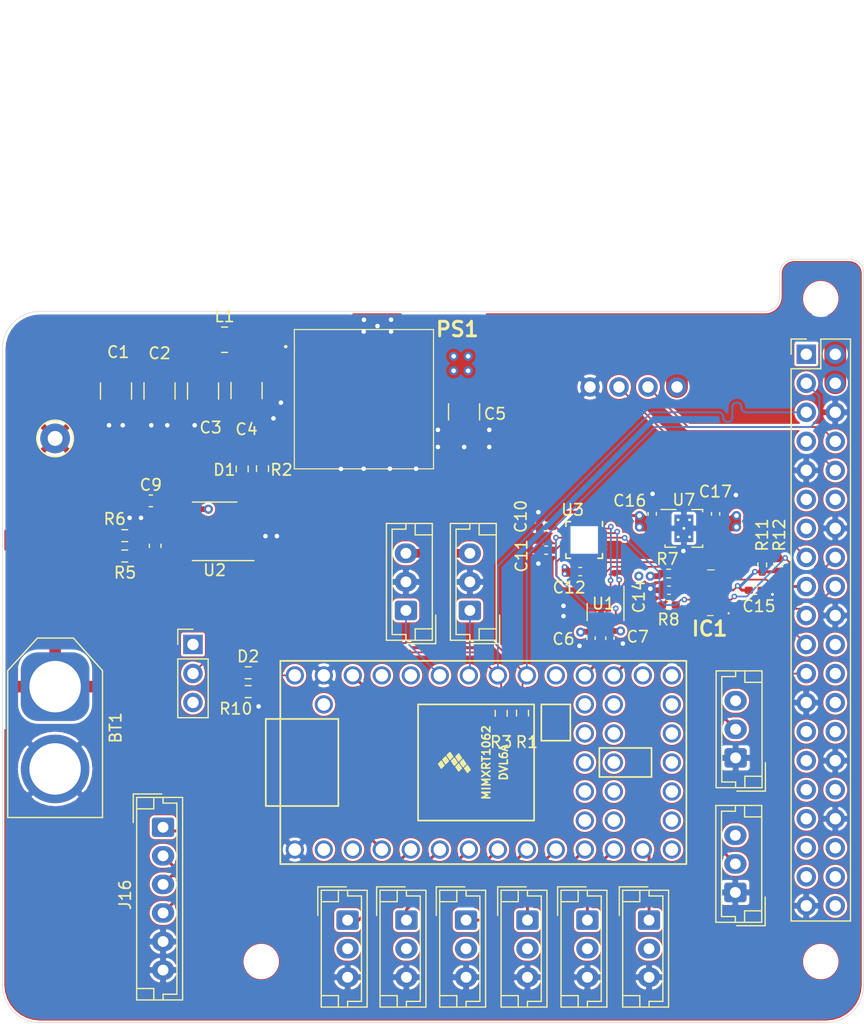
<source format=kicad_pcb>
(kicad_pcb (version 20171130) (host pcbnew "(5.1.8)-1")
  (layers (0 F.Cu mixed) (1 In1.Cu power) (2 In2.Cu power) (31 B.Cu mixed) (34 B.Paste user) (35 F.Paste user) (36 B.SilkS user) (37 F.SilkS user) (38 B.Mask user) (39 F.Mask user) (44 Edge.Cuts user))
  (net 0 "")
  (net 1 GNDREF)
  (net 2 +BATT)
  (net 3 VCC)
  (net 4 "Net-(C4-Pad1)")
  (net 5 +5V)
  (net 6 +1V8)
  (net 7 "Net-(C8-Pad2)")
  (net 8 "Net-(C8-Pad1)")
  (net 9 +3V3)
  (net 10 "Net-(C11-Pad1)")
  (net 11 "Net-(D1-Pad2)")
  (net 12 "Net-(D2-Pad2)")
  (net 13 "Net-(D2-Pad1)")
  (net 14 BME_CS_18)
  (net 15 BME_CS_33)
  (net 16 IMU_CS_18)
  (net 17 SPI_CLK_18)
  (net 18 SPI_CLK_33)
  (net 19 IMU_CS_33)
  (net 20 SPI_MOSI_18)
  (net 21 SPI_MISO_18)
  (net 22 SPI_MISO_33)
  (net 23 SPI_MOSI_33)
  (net 24 "Net-(J1-Pad40)")
  (net 25 "Net-(J1-Pad38)")
  (net 26 "Net-(J1-Pad37)")
  (net 27 "Net-(J1-Pad36)")
  (net 28 "Net-(J1-Pad35)")
  (net 29 "Net-(J1-Pad33)")
  (net 30 "Net-(J1-Pad32)")
  (net 31 "Net-(J1-Pad31)")
  (net 32 "Net-(J1-Pad29)")
  (net 33 "Net-(J1-Pad28)")
  (net 34 "Net-(J1-Pad27)")
  (net 35 "Net-(J1-Pad26)")
  (net 36 "Net-(J1-Pad24)")
  (net 37 "Net-(J1-Pad22)")
  (net 38 "Net-(J1-Pad13)")
  (net 39 "Net-(J1-Pad12)")
  (net 40 "Net-(J1-Pad11)")
  (net 41 "Net-(J1-Pad7)")
  (net 42 SCL)
  (net 43 SDA)
  (net 44 HE_R_OUTPUT)
  (net 45 HE_L_OUTPUT)
  (net 46 PWMservo_1)
  (net 47 PWMservo_2)
  (net 48 PWMservo_3)
  (net 49 PWMservo_4)
  (net 50 Neopixels_1)
  (net 51 Neopixels_2)
  (net 52 PWMservo_5)
  (net 53 PWMservo_6)
  (net 54 "Net-(PS1-PadE5)")
  (net 55 "Net-(PS1-PadE2)")
  (net 56 "Net-(PS1-PadE1)")
  (net 57 "Net-(PS1-PadD1)")
  (net 58 "Net-(PS1-PadC1)")
  (net 59 IMU_INT_18)
  (net 60 "Net-(SW1-Pad3)")
  (net 61 "Net-(U3-Pad21)")
  (net 62 "Net-(U3-Pad19)")
  (net 63 "Net-(U3-Pad17)")
  (net 64 "Net-(U3-Pad16)")
  (net 65 "Net-(U3-Pad15)")
  (net 66 "Net-(U3-Pad14)")
  (net 67 "Net-(U3-Pad11)")
  (net 68 "Net-(U3-Pad7)")
  (net 69 "Net-(U3-Pad6)")
  (net 70 "Net-(U3-Pad5)")
  (net 71 "Net-(U3-Pad4)")
  (net 72 "Net-(U3-Pad3)")
  (net 73 "Net-(U3-Pad2)")
  (net 74 "Net-(U3-Pad1)")
  (net 75 "Net-(U6-Pad44)")
  (net 76 "Net-(U6-Pad43)")
  (net 77 "Net-(U6-Pad42)")
  (net 78 "Net-(U6-Pad41)")
  (net 79 "Net-(U6-Pad36)")
  (net 80 "Net-(U6-Pad35)")
  (net 81 "Net-(U6-Pad2)")
  (net 82 "Net-(U6-Pad3)")
  (net 83 "Net-(U6-Pad34)")
  (net 84 "Net-(U6-Pad30)")
  (net 85 "Net-(U6-Pad29)")
  (net 86 "Net-(U6-Pad24)")
  (net 87 "Net-(U6-Pad21)")
  (net 88 "Net-(U6-Pad14)")
  (net 89 "Net-(U6-Pad15)")
  (net 90 "Net-(U6-Pad16)")
  (net 91 "Net-(U6-Pad20)")
  (net 92 "Net-(U6-Pad19)")
  (net 93 "Net-(U6-Pad18)")
  (net 94 "Net-(U6-Pad17)")
  (net 95 PWM_Left_1)
  (net 96 PWM_Right_2)
  (net 97 PWM_Right_1)
  (net 98 "Net-(U6-Pad40)")
  (net 99 "Net-(U6-Pad39)")
  (net 100 "Net-(IC1-Pad15)")
  (net 101 "Net-(IC1-Pad12)")
  (net 102 "Net-(IC1-Pad11)")
  (net 103 "Net-(IC1-Pad10)")
  (net 104 "Net-(IC1-Pad9)")
  (net 105 IMU_INT_33)
  (net 106 GPS_TX)
  (net 107 GPS_RX)
  (net 108 PWM_Left_2)
  (net 109 "Net-(U6-Pad38)")
  (net 110 "Net-(U6-Pad37)")
  (module User:GY-NEO6MV2 (layer F.Cu) (at 147.75 94.25)
    (fp_text reference U4 hide)
    (fp_text value GY-NEO6MV2)
    (pad 4 thru_hole circle (at 3.79 0) (size 1.7 1.7) (drill 1) (layers *.Cu *.Mask) (net 5 +5V))
    (pad 3 thru_hole circle (at 1.25 0) (size 1.7 1.7) (drill 1) (layers *.Cu *.Mask) (net 107 GPS_RX))
    (pad 2 thru_hole circle (at -1.29 0) (size 1.7 1.7) (drill 1) (layers *.Cu *.Mask) (net 106 GPS_TX))
    (pad 1 thru_hole circle (at -3.83 0) (size 1.7 1.7) (drill 1) (layers *.Cu *.Mask) (net 1 GNDREF))
  )
  (module Connector_AMASS:AMASS_XT60-M_1x02_P7.20mm_Vertical (layer F.Cu) (at 97.077 120.468 270)
    (fp_text reference BT1 (at 3.6 -5.3 270) (layer F.SilkS))
    (fp_text value Battery)
    (pad 1 thru_hole roundrect (at 0 0 270) (size 6 6) (drill 4.5) (layers *.Cu *.Mask) (net 2 +BATT))
    (pad 2 thru_hole circle (at 7.2 0 270) (size 6 6) (drill 4.5) (layers *.Cu *.Mask) (net 1 GNDREF))
  )
  (module MountingHole:MountingHole_2.7mm_M2.5 (layer F.Cu) (at 115.13 144.52)
    (fp_text reference REF** hide)
    (fp_text value MountingHole_2.7mm_M2.5)
    (pad "" np_thru_hole circle (at 0 0) (size 2.7 2.7) (drill 2.7) (layers *.Cu *.Mask))
  )
  (module MountingHole:MountingHole_2.7mm_M2.5 (layer F.Cu) (at 164.13 144.52)
    (fp_text reference REF** hide)
    (fp_text value MountingHole_2.7mm_M2.5)
    (pad "" np_thru_hole circle (at 0 0) (size 2.7 2.7) (drill 2.7) (layers *.Cu *.Mask))
  )
  (module MountingHole:MountingHole_2.7mm_M2.5 (layer F.Cu) (at 164.13 86.52)
    (fp_text reference REF** hide)
    (fp_text value MountingHole_2.7mm_M2.5)
    (pad 1 np_thru_hole circle (at 0 0) (size 2.7 2.7) (drill 2.7) (layers *.Cu *.Mask))
  )
  (module Package_SON:Texas_S-PVSON-N8_ThermalVias (layer F.Cu) (at 152.14 106.62)
    (fp_text reference U7 (at 0 -2.5) (layer F.SilkS))
    (fp_text value TPS78418QWDRBRQ1)
    (pad 8 smd oval (at 1.55 -0.975) (size 0.65 0.4) (layers F.Cu F.Paste F.Mask) (net 9 +3V3))
    (pad 7 smd oval (at 1.55 -0.325) (size 0.65 0.4) (layers F.Cu F.Paste F.Mask) (net 9 +3V3))
    (pad 6 smd rect (at 1.75 0.325) (size 0.3 0.4) (layers F.Cu F.Paste F.Mask))
    (pad 5 smd rect (at 1.75 0.975) (size 0.3 0.4) (layers F.Cu F.Paste F.Mask) (net 1 GNDREF))
    (pad 4 smd rect (at -1.75 0.975) (size 0.3 0.4) (layers F.Cu F.Paste F.Mask))
    (pad 3 smd oval (at -1.55 0.325) (size 0.65 0.4) (layers F.Cu F.Paste F.Mask))
    (pad 2 smd rect (at -1.75 -0.325) (size 0.3 0.4) (layers F.Cu F.Paste F.Mask))
    (pad 1 smd rect (at -1.75 -0.975) (size 0.3 0.4) (layers F.Cu F.Paste F.Mask) (net 6 +1V8))
    (pad 9 smd rect (at 0 0) (size 1.65 2.4) (layers F.Cu F.Mask) (net 1 GNDREF))
    (pad 9 smd rect (at 0.45 0.625) (size 0.65 1) (layers F.Cu F.Paste F.Mask) (net 1 GNDREF))
    (pad 9 smd rect (at -0.45 0.625) (size 0.65 1) (layers F.Cu F.Paste F.Mask) (net 1 GNDREF))
    (pad 9 smd rect (at 0.45 -0.625) (size 0.65 1) (layers F.Cu F.Paste F.Mask) (net 1 GNDREF))
    (pad 9 smd rect (at -0.45 -0.625) (size 0.65 1) (layers F.Cu F.Paste F.Mask) (net 1 GNDREF))
    (pad 9 thru_hole circle (at 0.5 0.75) (size 0.6 0.6) (drill 0.25) (layers *.Cu) (net 1 GNDREF))
    (pad 9 thru_hole circle (at -0.5 0.75) (size 0.6 0.6) (drill 0.25) (layers *.Cu) (net 1 GNDREF))
    (pad 9 thru_hole circle (at 0.5 -0.75) (size 0.6 0.6) (drill 0.25) (layers *.Cu) (net 1 GNDREF))
    (pad 9 thru_hole circle (at -0.5 -0.75) (size 0.6 0.6) (drill 0.25) (layers *.Cu) (net 1 GNDREF))
    (pad 9 thru_hole circle (at 0 0) (size 0.6 0.6) (drill 0.25) (layers *.Cu) (net 1 GNDREF))
    (pad 8 smd rect (at 1.75 -0.975) (size 0.3 0.4) (layers F.Cu F.Paste F.Mask) (net 9 +3V3))
    (pad 7 smd rect (at 1.75 -0.325) (size 0.3 0.4) (layers F.Cu F.Paste F.Mask) (net 9 +3V3))
    (pad 6 smd oval (at 1.55 0.325) (size 0.65 0.4) (layers F.Cu F.Paste F.Mask))
    (pad 5 smd oval (at 1.55 0.975) (size 0.65 0.4) (layers F.Cu F.Paste F.Mask) (net 1 GNDREF))
    (pad 4 smd oval (at -1.55 0.975) (size 0.65 0.4) (layers F.Cu F.Paste F.Mask))
    (pad 3 smd rect (at -1.75 0.325) (size 0.3 0.4) (layers F.Cu F.Paste F.Mask))
    (pad 2 smd oval (at -1.55 -0.325) (size 0.65 0.4) (layers F.Cu F.Paste F.Mask))
    (pad 1 smd oval (at -1.55 -0.975) (size 0.65 0.4) (layers F.Cu F.Paste F.Mask) (net 6 +1V8))
    (pad 9 smd rect (at 0 0) (size 1.65 2.4) (layers B.Cu) (net 1 GNDREF))
  )
  (module Capacitor_SMD:C_0402_1005Metric_Pad0.74x0.62mm_HandSolder (layer F.Cu) (at 154.92 105.35 90)
    (fp_text reference C17 (at 1.95 -0.02 180) (layer F.SilkS))
    (fp_text value 1uF)
    (pad 2 smd roundrect (at 0.5675 0 90) (size 0.735 0.62) (layers F.Cu F.Paste F.Mask) (net 1 GNDREF))
    (pad 1 smd roundrect (at -0.5675 0 90) (size 0.735 0.62) (layers F.Cu F.Paste F.Mask) (net 9 +3V3))
  )
  (module Capacitor_SMD:C_0402_1005Metric_Pad0.74x0.62mm_HandSolder (layer F.Cu) (at 149.37 105.35 90)
    (fp_text reference C16 (at 1.15 -1.97 180) (layer F.SilkS))
    (fp_text value 4,7uF)
    (pad 2 smd roundrect (at 0.5675 0 90) (size 0.735 0.62) (layers F.Cu F.Paste F.Mask) (net 1 GNDREF))
    (pad 1 smd roundrect (at -0.5675 0 90) (size 0.735 0.62) (layers F.Cu F.Paste F.Mask) (net 6 +1V8))
  )
  (module RPMB5.0-3.0:RPMB5030 (layer F.Cu) (at 124.128 95.322)
    (fp_text reference PS1 (at 8.172 -6.122) (layer F.SilkS) (effects (font (size 1.27 1.27) (thickness 0.254))))
    (fp_text value RPMB5.0-3.0 hide)
    (pad E5 smd rect (at 4.58 4.58 90) (size 1.06 1.06) (layers F.Cu F.Paste F.Mask) (net 54 "Net-(PS1-PadE5)"))
    (pad E4 smd rect (at 2.29 4.58 90) (size 1.06 1.06) (layers F.Cu F.Paste F.Mask) (net 1 GNDREF))
    (pad E3 smd rect (at 0 4.58 90) (size 1.06 1.06) (layers F.Cu F.Paste F.Mask) (net 1 GNDREF))
    (pad E2 smd rect (at -2.29 4.58 90) (size 1.06 1.06) (layers F.Cu F.Paste F.Mask) (net 55 "Net-(PS1-PadE2)"))
    (pad E1 smd rect (at -4.58 4.58 90) (size 1.06 1.06) (layers F.Cu F.Paste F.Mask) (net 56 "Net-(PS1-PadE1)"))
    (pad D5 smd rect (at 4.58 2.29 90) (size 1.06 1.06) (layers F.Cu F.Paste F.Mask) (net 1 GNDREF))
    (pad D4 smd rect (at 2.29 2.29 90) (size 1.06 1.06) (layers F.Cu F.Paste F.Mask) (net 1 GNDREF))
    (pad D3 smd rect (at 0 2.29 90) (size 1.06 1.06) (layers F.Cu F.Paste F.Mask) (net 1 GNDREF))
    (pad D2 smd rect (at -2.29 2.29 90) (size 1.06 1.06) (layers F.Cu F.Paste F.Mask) (net 1 GNDREF))
    (pad D1 smd rect (at -4.58 2.29 90) (size 1.06 1.06) (layers F.Cu F.Paste F.Mask) (net 57 "Net-(PS1-PadD1)"))
    (pad C5 smd rect (at 4.58 0 90) (size 1.06 1.06) (layers F.Cu F.Paste F.Mask) (net 5 +5V))
    (pad C4 smd rect (at 2.29 0 90) (size 1.06 1.06) (layers F.Cu F.Paste F.Mask) (net 1 GNDREF))
    (pad C3 smd rect (at 0 0 90) (size 1.06 1.06) (layers F.Cu F.Paste F.Mask) (net 1 GNDREF))
    (pad C2 smd rect (at -2.29 0 90) (size 1.06 1.06) (layers F.Cu F.Paste F.Mask) (net 1 GNDREF))
    (pad C1 smd rect (at -4.58 0 90) (size 1.06 1.06) (layers F.Cu F.Paste F.Mask) (net 58 "Net-(PS1-PadC1)"))
    (pad B5 smd rect (at 4.58 -2.29 90) (size 1.06 1.06) (layers F.Cu F.Paste F.Mask) (net 5 +5V))
    (pad B4 smd rect (at 2.29 -2.29 90) (size 1.06 1.06) (layers F.Cu F.Paste F.Mask) (net 1 GNDREF))
    (pad B3 smd rect (at 0 -2.29 90) (size 1.06 1.06) (layers F.Cu F.Paste F.Mask) (net 1 GNDREF))
    (pad B2 smd rect (at -2.29 -2.29 90) (size 1.06 1.06) (layers F.Cu F.Paste F.Mask) (net 1 GNDREF))
    (pad B1 smd rect (at -4.58 -2.29 90) (size 1.06 1.06) (layers F.Cu F.Paste F.Mask) (net 1 GNDREF))
    (pad A5 smd rect (at 4.58 -4.58 90) (size 1.06 1.06) (layers F.Cu F.Paste F.Mask) (net 5 +5V))
    (pad A4 smd rect (at 2.29 -4.58 90) (size 1.06 1.06) (layers F.Cu F.Paste F.Mask) (net 1 GNDREF))
    (pad A3 smd rect (at 0 -4.58 90) (size 1.06 1.06) (layers F.Cu F.Paste F.Mask) (net 1 GNDREF))
    (pad A2 smd rect (at -2.29 -4.58 90) (size 1.06 1.06) (layers F.Cu F.Paste F.Mask) (net 4 "Net-(C4-Pad1)"))
    (pad A1 smd rect (at -4.58 -4.58 90) (size 1.06 1.06) (layers F.Cu F.Paste F.Mask) (net 4 "Net-(C4-Pad1)"))
  )
  (module Connector_JST:JST_EH_B6B-EH-A_1x06_P2.50mm_Vertical (layer F.Cu) (at 106.53 132.77 270)
    (fp_text reference J16 (at 5.908 3.325 90) (layer F.SilkS))
    (fp_text value Conn_01x06)
    (pad 6 thru_hole oval (at 12.5 0 270) (size 1.7 1.95) (drill 0.95) (layers *.Cu *.Mask) (net 1 GNDREF))
    (pad 5 thru_hole oval (at 10 0 270) (size 1.7 1.95) (drill 0.95) (layers *.Cu *.Mask) (net 1 GNDREF))
    (pad 4 thru_hole oval (at 7.5 0 270) (size 1.7 1.95) (drill 0.95) (layers *.Cu *.Mask) (net 108 PWM_Left_2))
    (pad 3 thru_hole oval (at 5 0 270) (size 1.7 1.95) (drill 0.95) (layers *.Cu *.Mask) (net 96 PWM_Right_2))
    (pad 2 thru_hole oval (at 2.5 0 270) (size 1.7 1.95) (drill 0.95) (layers *.Cu *.Mask) (net 95 PWM_Left_1))
    (pad 1 thru_hole roundrect (at 0 0 270) (size 1.7 1.95) (drill 0.95) (layers *.Cu *.Mask) (roundrect_rratio 0.1470588235294118) (net 97 PWM_Right_1))
  )
  (module Connector_JST:JST_EH_B3B-EH-A_1x03_P2.50mm_Vertical (layer F.Cu) (at 149.093 140.895 270)
    (fp_text reference J14 hide)
    (fp_text value Conn_01x03)
    (pad 3 thru_hole oval (at 5 0 270) (size 1.7 1.95) (drill 0.95) (layers *.Cu *.Mask) (net 1 GNDREF))
    (pad 2 thru_hole oval (at 2.5 0 270) (size 1.7 1.95) (drill 0.95) (layers *.Cu *.Mask) (net 5 +5V))
    (pad 1 thru_hole roundrect (at 0 0 270) (size 1.7 1.95) (drill 0.95) (layers *.Cu *.Mask) (roundrect_rratio 0.1470588235294118) (net 53 PWMservo_6))
  )
  (module Connector_JST:JST_EH_B3B-EH-A_1x03_P2.50mm_Vertical (layer F.Cu) (at 143.693 140.895 270)
    (fp_text reference J13 hide)
    (fp_text value Conn_01x03)
    (pad 3 thru_hole oval (at 5 0 270) (size 1.7 1.95) (drill 0.95) (layers *.Cu *.Mask) (net 1 GNDREF))
    (pad 2 thru_hole oval (at 2.5 0 270) (size 1.7 1.95) (drill 0.95) (layers *.Cu *.Mask) (net 5 +5V))
    (pad 1 thru_hole roundrect (at 0 0 270) (size 1.7 1.95) (drill 0.95) (layers *.Cu *.Mask) (roundrect_rratio 0.1470588235294118) (net 52 PWMservo_5))
  )
  (module Connector_JST:JST_EH_B3B-EH-A_1x03_P2.50mm_Vertical (layer F.Cu) (at 156.675 126.7 90)
    (fp_text reference J12 hide)
    (fp_text value Conn_01x03)
    (pad 3 thru_hole oval (at 5 0 90) (size 1.7 1.95) (drill 0.95) (layers *.Cu *.Mask) (net 5 +5V))
    (pad 2 thru_hole oval (at 2.5 0 90) (size 1.7 1.95) (drill 0.95) (layers *.Cu *.Mask) (net 51 Neopixels_2))
    (pad 1 thru_hole roundrect (at 0 0 90) (size 1.7 1.95) (drill 0.95) (layers *.Cu *.Mask) (roundrect_rratio 0.1470588235294118) (net 1 GNDREF))
  )
  (module Connector_JST:JST_EH_B3B-EH-A_1x03_P2.50mm_Vertical (layer F.Cu) (at 156.65 138.475 90)
    (fp_text reference J11 hide)
    (fp_text value Conn_01x03)
    (pad 3 thru_hole oval (at 5 0 90) (size 1.7 1.95) (drill 0.95) (layers *.Cu *.Mask) (net 5 +5V))
    (pad 2 thru_hole oval (at 2.5 0 90) (size 1.7 1.95) (drill 0.95) (layers *.Cu *.Mask) (net 50 Neopixels_1))
    (pad 1 thru_hole roundrect (at 0 0 90) (size 1.7 1.95) (drill 0.95) (layers *.Cu *.Mask) (roundrect_rratio 0.1470588235294118) (net 1 GNDREF))
  )
  (module Connector_JST:JST_EH_B3B-EH-A_1x03_P2.50mm_Vertical (layer F.Cu) (at 138.443 140.895 270)
    (fp_text reference J8 hide)
    (fp_text value Conn_01x03)
    (pad 3 thru_hole oval (at 5 0 270) (size 1.7 1.95) (drill 0.95) (layers *.Cu *.Mask) (net 1 GNDREF))
    (pad 2 thru_hole oval (at 2.5 0 270) (size 1.7 1.95) (drill 0.95) (layers *.Cu *.Mask) (net 5 +5V))
    (pad 1 thru_hole roundrect (at 0 0 270) (size 1.7 1.95) (drill 0.95) (layers *.Cu *.Mask) (roundrect_rratio 0.1470588235294118) (net 49 PWMservo_4))
  )
  (module Connector_JST:JST_EH_B3B-EH-A_1x03_P2.50mm_Vertical (layer F.Cu) (at 133.068 140.895 270)
    (fp_text reference J7 hide)
    (fp_text value Conn_01x03)
    (pad 3 thru_hole oval (at 5 0 270) (size 1.7 1.95) (drill 0.95) (layers *.Cu *.Mask) (net 1 GNDREF))
    (pad 2 thru_hole oval (at 2.5 0 270) (size 1.7 1.95) (drill 0.95) (layers *.Cu *.Mask) (net 5 +5V))
    (pad 1 thru_hole roundrect (at 0 0 270) (size 1.7 1.95) (drill 0.95) (layers *.Cu *.Mask) (roundrect_rratio 0.1470588235294118) (net 48 PWMservo_3))
  )
  (module Connector_JST:JST_EH_B3B-EH-A_1x03_P2.50mm_Vertical (layer F.Cu) (at 127.843 140.895 270)
    (fp_text reference J6 hide)
    (fp_text value Conn_01x03)
    (pad 3 thru_hole oval (at 5 0 270) (size 1.7 1.95) (drill 0.95) (layers *.Cu *.Mask) (net 1 GNDREF))
    (pad 2 thru_hole oval (at 2.5 0 270) (size 1.7 1.95) (drill 0.95) (layers *.Cu *.Mask) (net 5 +5V))
    (pad 1 thru_hole roundrect (at 0 0 270) (size 1.7 1.95) (drill 0.95) (layers *.Cu *.Mask) (roundrect_rratio 0.1470588235294118) (net 47 PWMservo_2))
  )
  (module Connector_JST:JST_EH_B3B-EH-A_1x03_P2.50mm_Vertical (layer F.Cu) (at 122.693 140.895 270)
    (fp_text reference J5 hide)
    (fp_text value Conn_01x03)
    (pad 3 thru_hole oval (at 5 0 270) (size 1.7 1.95) (drill 0.95) (layers *.Cu *.Mask) (net 1 GNDREF))
    (pad 2 thru_hole oval (at 2.5 0 270) (size 1.7 1.95) (drill 0.95) (layers *.Cu *.Mask) (net 5 +5V))
    (pad 1 thru_hole roundrect (at 0 0 270) (size 1.7 1.95) (drill 0.95) (layers *.Cu *.Mask) (roundrect_rratio 0.1470588235294118) (net 46 PWMservo_1))
  )
  (module Package_LGA:Bosch_LGA-8_3x3mm_P0.8mm_ClockwisePinNumbering (layer F.Cu) (at 145.283 113.184)
    (fp_text reference U1 (at -0.183 0.016) (layer F.SilkS))
    (fp_text value BME680)
    (pad 8 smd roundrect (at -1.2 1.1875) (size 0.5 0.525) (layers F.Cu F.Paste F.Mask) (net 6 +1V8))
    (pad 7 smd roundrect (at -0.4 1.1875) (size 0.5 0.525) (layers F.Cu F.Paste F.Mask) (net 1 GNDREF))
    (pad 6 smd roundrect (at 0.4 1.1875) (size 0.5 0.525) (layers F.Cu F.Paste F.Mask) (net 6 +1V8))
    (pad 5 smd roundrect (at 1.2 1.1875) (size 0.5 0.525) (layers F.Cu F.Paste F.Mask) (net 21 SPI_MISO_18))
    (pad 4 smd roundrect (at 1.2 -1.1875) (size 0.5 0.525) (layers F.Cu F.Paste F.Mask) (net 17 SPI_CLK_18))
    (pad 3 smd roundrect (at 0.4 -1.1875) (size 0.5 0.525) (layers F.Cu F.Paste F.Mask) (net 20 SPI_MOSI_18))
    (pad 2 smd roundrect (at -0.4 -1.1875) (size 0.5 0.525) (layers F.Cu F.Paste F.Mask) (net 14 BME_CS_18))
    (pad 1 smd roundrect (at -1.2 -1.1875) (size 0.5 0.525) (layers F.Cu F.Paste F.Mask) (net 1 GNDREF))
  )
  (module Resistor_SMD:R_0402_1005Metric_Pad0.72x0.64mm_HandSolder (layer F.Cu) (at 160.401 109.8175 90)
    (fp_text reference R12 (at 2.6175 0.099 90) (layer F.SilkS))
    (fp_text value 100k)
    (pad 2 smd roundrect (at 0.5975 0 90) (size 0.715 0.64) (layers F.Cu F.Paste F.Mask) (net 19 IMU_CS_33))
    (pad 1 smd roundrect (at -0.5975 0 90) (size 0.715 0.64) (layers F.Cu F.Paste F.Mask) (net 9 +3V3))
  )
  (module Resistor_SMD:R_0402_1005Metric_Pad0.72x0.64mm_HandSolder (layer F.Cu) (at 159.004 109.8175 90)
    (fp_text reference R11 (at 2.6175 -0.004 90) (layer F.SilkS))
    (fp_text value 100k)
    (pad 2 smd roundrect (at 0.5975 0 90) (size 0.715 0.64) (layers F.Cu F.Paste F.Mask) (net 15 BME_CS_33))
    (pad 1 smd roundrect (at -0.5975 0 90) (size 0.715 0.64) (layers F.Cu F.Paste F.Mask) (net 9 +3V3))
  )
  (module Capacitor_SMD:C_0402_1005Metric_Pad0.74x0.62mm_HandSolder (layer F.Cu) (at 158.3935 112.034)
    (fp_text reference C15 (at 0.3215 1.397) (layer F.SilkS))
    (fp_text value 100nF)
    (pad 2 smd roundrect (at 0.5675 0) (size 0.735 0.62) (layers F.Cu F.Paste F.Mask) (net 1 GNDREF))
    (pad 1 smd roundrect (at -0.5675 0) (size 0.735 0.62) (layers F.Cu F.Paste F.Mask) (net 9 +3V3))
  )
  (module Capacitor_SMD:C_0402_1005Metric_Pad0.74x0.62mm_HandSolder (layer F.Cu) (at 150.841 112.034 180)
    (fp_text reference C14 (at 2.641 -0.566 90) (layer F.SilkS))
    (fp_text value 100nF)
    (pad 2 smd roundrect (at 0.5675 0 180) (size 0.735 0.62) (layers F.Cu F.Paste F.Mask) (net 1 GNDREF))
    (pad 1 smd roundrect (at -0.5675 0 180) (size 0.735 0.62) (layers F.Cu F.Paste F.Mask) (net 6 +1V8))
  )
  (module Resistor_SMD:R_0402_1005Metric_Pad0.72x0.64mm_HandSolder (layer F.Cu) (at 150.8275 113.325)
    (fp_text reference R8 (at -0.0275 1.275) (layer F.SilkS))
    (fp_text value 100k)
    (pad 2 smd roundrect (at 0.5975 0) (size 0.715 0.64) (layers F.Cu F.Paste F.Mask) (net 16 IMU_CS_18))
    (pad 1 smd roundrect (at -0.5975 0) (size 0.715 0.64) (layers F.Cu F.Paste F.Mask) (net 6 +1V8))
  )
  (module Resistor_SMD:R_0402_1005Metric_Pad0.72x0.64mm_HandSolder (layer F.Cu) (at 150.8035 110.575)
    (fp_text reference R7 (at -0.1035 -1.275) (layer F.SilkS))
    (fp_text value 100k)
    (pad 2 smd roundrect (at 0.5975 0) (size 0.715 0.64) (layers F.Cu F.Paste F.Mask) (net 14 BME_CS_18))
    (pad 1 smd roundrect (at -0.5975 0) (size 0.715 0.64) (layers F.Cu F.Paste F.Mask) (net 6 +1V8))
  )
  (module Capacitor_SMD:C_0402_1005Metric_Pad0.74x0.62mm_HandSolder (layer F.Cu) (at 143.067 110.404)
    (fp_text reference C12 (at -0.967 1.396) (layer F.SilkS))
    (fp_text value 100nF)
    (pad 2 smd roundrect (at 0.5675 0) (size 0.735 0.62) (layers F.Cu F.Paste F.Mask) (net 1 GNDREF))
    (pad 1 smd roundrect (at -0.5675 0) (size 0.735 0.62) (layers F.Cu F.Paste F.Mask) (net 6 +1V8))
  )
  (module Capacitor_SMD:C_0402_1005Metric_Pad0.74x0.62mm_HandSolder (layer F.Cu) (at 140.0825 108.525 180)
    (fp_text reference C11 (at 2.159 -0.508 270) (layer F.SilkS))
    (fp_text value 100nF)
    (pad 2 smd roundrect (at 0.5675 0 180) (size 0.735 0.62) (layers F.Cu F.Paste F.Mask) (net 1 GNDREF))
    (pad 1 smd roundrect (at -0.5675 0 180) (size 0.735 0.62) (layers F.Cu F.Paste F.Mask) (net 10 "Net-(C11-Pad1)"))
  )
  (module Capacitor_SMD:C_0402_1005Metric_Pad0.74x0.62mm_HandSolder (layer F.Cu) (at 140.019 106.467 180)
    (fp_text reference C10 (at 2.159 0.889 270) (layer F.SilkS))
    (fp_text value 100nF)
    (pad 2 smd roundrect (at 0.5675 0 180) (size 0.735 0.62) (layers F.Cu F.Paste F.Mask) (net 1 GNDREF))
    (pad 1 smd roundrect (at -0.5675 0 180) (size 0.735 0.62) (layers F.Cu F.Paste F.Mask) (net 6 +1V8))
  )
  (module Capacitor_SMD:C_0402_1005Metric_Pad0.74x0.62mm_HandSolder (layer F.Cu) (at 145.664 116.232 270)
    (fp_text reference C7 (at -0.132 -2.436 180) (layer F.SilkS))
    (fp_text value 100nF)
    (pad 2 smd roundrect (at 0.5675 0 270) (size 0.735 0.62) (layers F.Cu F.Paste F.Mask) (net 1 GNDREF))
    (pad 1 smd roundrect (at -0.5675 0 270) (size 0.735 0.62) (layers F.Cu F.Paste F.Mask) (net 6 +1V8))
  )
  (module Capacitor_SMD:C_0402_1005Metric_Pad0.74x0.62mm_HandSolder (layer F.Cu) (at 144.013 116.232 270)
    (fp_text reference C6 (at 0.068 2.413 180) (layer F.SilkS))
    (fp_text value 100nF)
    (pad 2 smd roundrect (at 0.5675 0 270) (size 0.735 0.62) (layers F.Cu F.Paste F.Mask) (net 1 GNDREF))
    (pad 1 smd roundrect (at -0.5675 0 270) (size 0.735 0.62) (layers F.Cu F.Paste F.Mask) (net 6 +1V8))
  )
  (module Capacitor_SMD:C_1210_3225Metric_Pad1.33x2.70mm_HandSolder (layer F.Cu) (at 132.891 96.4265 270)
    (fp_text reference C5 (at 0.1735 -2.709 180) (layer F.SilkS))
    (fp_text value 10uF)
    (pad 2 smd roundrect (at 1.5625 0 270) (size 1.325 2.7) (layers F.Cu F.Paste F.Mask) (roundrect_rratio 0.1886784905660377) (net 1 GNDREF))
    (pad 1 smd roundrect (at -1.5625 0 270) (size 1.325 2.7) (layers F.Cu F.Paste F.Mask) (roundrect_rratio 0.1886784905660377) (net 5 +5V))
  )
  (module User:TXB0108DQSR (layer F.Cu) (at 154.513 112.253 90)
    (fp_text reference IC1 (at -3.147 -0.113 180) (layer F.SilkS) (effects (font (size 1.27 1.27) (thickness 0.254))))
    (fp_text value TXB0108DQSR hide)
    (pad 20 smd rect (at -1.8 -0.9 90) (size 0.2 1) (layers F.Cu F.Paste F.Mask) (net 21 SPI_MISO_18))
    (pad 19 smd rect (at -1.4 -0.9 90) (size 0.2 1) (layers F.Cu F.Paste F.Mask) (net 20 SPI_MOSI_18))
    (pad 18 smd rect (at -1 -0.9 90) (size 0.2 1) (layers F.Cu F.Paste F.Mask) (net 17 SPI_CLK_18))
    (pad 17 smd rect (at -0.6 -0.9 90) (size 0.2 1) (layers F.Cu F.Paste F.Mask) (net 16 IMU_CS_18))
    (pad 16 smd rect (at -0.2 -0.9 90) (size 0.2 1) (layers F.Cu F.Paste F.Mask) (net 6 +1V8))
    (pad 15 smd rect (at 0.2 -0.9 90) (size 0.2 1) (layers F.Cu F.Paste F.Mask) (net 100 "Net-(IC1-Pad15)"))
    (pad 14 smd rect (at 0.6 -0.9 90) (size 0.2 1) (layers F.Cu F.Paste F.Mask) (net 14 BME_CS_18))
    (pad 13 smd rect (at 1 -0.9 90) (size 0.2 1) (layers F.Cu F.Paste F.Mask) (net 59 IMU_INT_18))
    (pad 12 smd rect (at 1.4 -0.9 90) (size 0.2 1) (layers F.Cu F.Paste F.Mask) (net 101 "Net-(IC1-Pad12)"))
    (pad 11 smd rect (at 1.8 -0.9 90) (size 0.2 1) (layers F.Cu F.Paste F.Mask) (net 102 "Net-(IC1-Pad11)"))
    (pad 10 smd rect (at 1.8 0.9 90) (size 0.2 1) (layers F.Cu F.Paste F.Mask) (net 103 "Net-(IC1-Pad10)"))
    (pad 9 smd rect (at 1.4 0.9 90) (size 0.2 1) (layers F.Cu F.Paste F.Mask) (net 104 "Net-(IC1-Pad9)"))
    (pad 8 smd rect (at 1 0.9 90) (size 0.2 1) (layers F.Cu F.Paste F.Mask) (net 105 IMU_INT_33))
    (pad 7 smd rect (at 0.6 0.9 90) (size 0.2 1) (layers F.Cu F.Paste F.Mask) (net 15 BME_CS_33))
    (pad 6 smd rect (at 0.2 0.9 90) (size 0.2 1) (layers F.Cu F.Paste F.Mask) (net 9 +3V3))
    (pad 5 smd rect (at -0.2 0.9 90) (size 0.2 1) (layers F.Cu F.Paste F.Mask) (net 9 +3V3))
    (pad 4 smd rect (at -0.6 0.9 90) (size 0.2 1) (layers F.Cu F.Paste F.Mask) (net 19 IMU_CS_33))
    (pad 3 smd rect (at -1 0.9 90) (size 0.2 1) (layers F.Cu F.Paste F.Mask) (net 18 SPI_CLK_33))
    (pad 2 smd rect (at -1.4 0.9 90) (size 0.2 1) (layers F.Cu F.Paste F.Mask) (net 23 SPI_MOSI_33))
    (pad 1 smd rect (at -1.8 0.85 90) (size 0.2 1.1) (layers F.Cu F.Paste F.Mask) (net 22 SPI_MISO_33))
  )
  (module Connector_Pin:Pin_D1.3mm_L11.0mm (layer F.Cu) (at 97.077 98.751)
    (fp_text reference J15 hide)
    (fp_text value Conn_01x01)
    (pad 1 thru_hole circle (at 0 0) (size 2.6 2.6) (drill 1.3) (layers *.Cu *.Mask) (net 3 VCC))
  )
  (module teensy:Teensy40 (layer F.Cu) (at 134.579 127.103)
    (fp_text reference U6 hide)
    (fp_text value Teensy4.0)
    (fp_text user DVL6A (at 1.778 0 90) (layer F.SilkS) (effects (font (size 0.7 0.7))))
    (fp_text user MIMXRT1062 (at 0.254 0 90) (layer F.SilkS) (effects (font (size 0.7 0.7))))
    (pad 44 thru_hole circle (at 8.89 5.08) (size 1.6 1.6) (drill 1.1) (layers *.Cu *.Mask) (net 75 "Net-(U6-Pad44)"))
    (pad 43 thru_hole circle (at 11.43 5.08) (size 1.6 1.6) (drill 1.1) (layers *.Cu *.Mask) (net 76 "Net-(U6-Pad43)"))
    (pad 42 thru_hole circle (at 8.89 2.54) (size 1.6 1.6) (drill 1.1) (layers *.Cu *.Mask) (net 77 "Net-(U6-Pad42)"))
    (pad 41 thru_hole circle (at 11.43 2.54) (size 1.6 1.6) (drill 1.1) (layers *.Cu *.Mask) (net 78 "Net-(U6-Pad41)"))
    (pad 40 thru_hole circle (at 8.89 0) (size 1.6 1.6) (drill 1.1) (layers *.Cu *.Mask) (net 98 "Net-(U6-Pad40)"))
    (pad 39 thru_hole circle (at 11.43 0) (size 1.6 1.6) (drill 1.1) (layers *.Cu *.Mask) (net 99 "Net-(U6-Pad39)"))
    (pad 38 thru_hole circle (at 8.89 -2.54) (size 1.6 1.6) (drill 1.1) (layers *.Cu *.Mask) (net 109 "Net-(U6-Pad38)"))
    (pad 37 thru_hole circle (at 11.43 -2.54) (size 1.6 1.6) (drill 1.1) (layers *.Cu *.Mask) (net 110 "Net-(U6-Pad37)"))
    (pad 36 thru_hole circle (at 8.89 -5.08) (size 1.6 1.6) (drill 1.1) (layers *.Cu *.Mask) (net 79 "Net-(U6-Pad36)"))
    (pad 35 thru_hole circle (at 11.43 -5.08) (size 1.6 1.6) (drill 1.1) (layers *.Cu *.Mask) (net 80 "Net-(U6-Pad35)"))
    (pad 1 thru_hole circle (at -16.51 7.62) (size 1.6 1.6) (drill 1.1) (layers *.Cu *.Mask) (net 1 GNDREF))
    (pad 2 thru_hole circle (at -13.97 7.62) (size 1.6 1.6) (drill 1.1) (layers *.Cu *.Mask) (net 81 "Net-(U6-Pad2)"))
    (pad 3 thru_hole circle (at -11.43 7.62) (size 1.6 1.6) (drill 1.1) (layers *.Cu *.Mask) (net 82 "Net-(U6-Pad3)"))
    (pad 4 thru_hole circle (at -8.89 7.62) (size 1.6 1.6) (drill 1.1) (layers *.Cu *.Mask) (net 97 PWM_Right_1))
    (pad 5 thru_hole circle (at -6.35 7.62) (size 1.6 1.6) (drill 1.1) (layers *.Cu *.Mask) (net 95 PWM_Left_1))
    (pad 6 thru_hole circle (at -3.81 7.62) (size 1.6 1.6) (drill 1.1) (layers *.Cu *.Mask) (net 96 PWM_Right_2))
    (pad 7 thru_hole circle (at -1.27 7.62) (size 1.6 1.6) (drill 1.1) (layers *.Cu *.Mask) (net 108 PWM_Left_2))
    (pad 8 thru_hole circle (at 1.27 7.62) (size 1.6 1.6) (drill 1.1) (layers *.Cu *.Mask) (net 46 PWMservo_1))
    (pad 9 thru_hole circle (at 3.81 7.62) (size 1.6 1.6) (drill 1.1) (layers *.Cu *.Mask) (net 47 PWMservo_2))
    (pad 10 thru_hole circle (at 6.35 7.62) (size 1.6 1.6) (drill 1.1) (layers *.Cu *.Mask) (net 48 PWMservo_3))
    (pad 11 thru_hole circle (at 8.89 7.62) (size 1.6 1.6) (drill 1.1) (layers *.Cu *.Mask) (net 49 PWMservo_4))
    (pad 12 thru_hole circle (at 11.43 7.62) (size 1.6 1.6) (drill 1.1) (layers *.Cu *.Mask) (net 52 PWMservo_5))
    (pad 13 thru_hole circle (at 13.97 7.62) (size 1.6 1.6) (drill 1.1) (layers *.Cu *.Mask) (net 53 PWMservo_6))
    (pad 34 thru_hole circle (at -13.97 -5.08) (size 1.6 1.6) (drill 1.1) (layers *.Cu *.Mask) (net 83 "Net-(U6-Pad34)"))
    (pad 33 thru_hole circle (at -16.51 -7.62) (size 1.6 1.6) (drill 1.1) (layers *.Cu *.Mask) (net 12 "Net-(D2-Pad2)"))
    (pad 32 thru_hole circle (at -13.97 -7.62) (size 1.6 1.6) (drill 1.1) (layers *.Cu *.Mask) (net 1 GNDREF))
    (pad 31 thru_hole circle (at -11.43 -7.62) (size 1.6 1.6) (drill 1.1) (layers *.Cu *.Mask) (net 9 +3V3))
    (pad 30 thru_hole circle (at -8.89 -7.62) (size 1.6 1.6) (drill 1.1) (layers *.Cu *.Mask) (net 84 "Net-(U6-Pad30)"))
    (pad 29 thru_hole circle (at -6.35 -7.62) (size 1.6 1.6) (drill 1.1) (layers *.Cu *.Mask) (net 85 "Net-(U6-Pad29)"))
    (pad 28 thru_hole circle (at -3.81 -7.62) (size 1.6 1.6) (drill 1.1) (layers *.Cu *.Mask) (net 45 HE_L_OUTPUT))
    (pad 27 thru_hole circle (at -1.27 -7.62) (size 1.6 1.6) (drill 1.1) (layers *.Cu *.Mask) (net 44 HE_R_OUTPUT))
    (pad 26 thru_hole circle (at 1.27 -7.62) (size 1.6 1.6) (drill 1.1) (layers *.Cu *.Mask) (net 42 SCL))
    (pad 25 thru_hole circle (at 3.81 -7.62) (size 1.6 1.6) (drill 1.1) (layers *.Cu *.Mask) (net 43 SDA))
    (pad 24 thru_hole circle (at 6.35 -7.62) (size 1.6 1.6) (drill 1.1) (layers *.Cu *.Mask) (net 86 "Net-(U6-Pad24)"))
    (pad 23 thru_hole circle (at 8.89 -7.62) (size 1.6 1.6) (drill 1.1) (layers *.Cu *.Mask) (net 51 Neopixels_2))
    (pad 22 thru_hole circle (at 11.43 -7.62) (size 1.6 1.6) (drill 1.1) (layers *.Cu *.Mask) (net 50 Neopixels_1))
    (pad 21 thru_hole circle (at 13.97 -7.62) (size 1.6 1.6) (drill 1.1) (layers *.Cu *.Mask) (net 87 "Net-(U6-Pad21)"))
    (pad 14 thru_hole circle (at 16.51 7.62) (size 1.6 1.6) (drill 1.1) (layers *.Cu *.Mask) (net 88 "Net-(U6-Pad14)"))
    (pad 15 thru_hole circle (at 16.51 5.08) (size 1.6 1.6) (drill 1.1) (layers *.Cu *.Mask) (net 89 "Net-(U6-Pad15)"))
    (pad 16 thru_hole circle (at 16.51 2.54) (size 1.6 1.6) (drill 1.1) (layers *.Cu *.Mask) (net 90 "Net-(U6-Pad16)"))
    (pad 20 thru_hole circle (at 16.51 -7.62) (size 1.6 1.6) (drill 1.1) (layers *.Cu *.Mask) (net 91 "Net-(U6-Pad20)"))
    (pad 19 thru_hole circle (at 16.51 -5.08) (size 1.6 1.6) (drill 1.1) (layers *.Cu *.Mask) (net 92 "Net-(U6-Pad19)"))
    (pad 18 thru_hole circle (at 16.51 -2.54) (size 1.6 1.6) (drill 1.1) (layers *.Cu *.Mask) (net 93 "Net-(U6-Pad18)"))
    (pad 17 thru_hole circle (at 16.51 0) (size 1.6 1.6) (drill 1.1) (layers *.Cu *.Mask) (net 94 "Net-(U6-Pad17)"))
  )
  (module Sensor_Motion:InvenSense_QFN-24_3x3mm_P0.4mm (layer F.Cu) (at 143.413 107.634 270)
    (fp_text reference U3 (at -2.634 1.013 180) (layer F.SilkS))
    (fp_text value ICM-20948)
    (pad 24 smd roundrect (at -1 -1.5) (size 0.55 0.2) (layers F.Cu F.Paste F.Mask) (net 20 SPI_MOSI_18))
    (pad 23 smd roundrect (at -0.6 -1.5) (size 0.55 0.2) (layers F.Cu F.Paste F.Mask) (net 17 SPI_CLK_18))
    (pad 22 smd roundrect (at -0.2 -1.5) (size 0.55 0.2) (layers F.Cu F.Paste F.Mask) (net 16 IMU_CS_18))
    (pad 21 smd roundrect (at 0.2 -1.5) (size 0.55 0.2) (layers F.Cu F.Paste F.Mask) (net 61 "Net-(U3-Pad21)"))
    (pad 20 smd roundrect (at 0.6 -1.5) (size 0.55 0.2) (layers F.Cu F.Paste F.Mask) (net 1 GNDREF))
    (pad 19 smd roundrect (at 1 -1.5) (size 0.55 0.2) (layers F.Cu F.Paste F.Mask) (net 62 "Net-(U3-Pad19)"))
    (pad 18 smd roundrect (at 1.5 -1 270) (size 0.55 0.2) (layers F.Cu F.Paste F.Mask) (net 1 GNDREF))
    (pad 17 smd roundrect (at 1.5 -0.6 270) (size 0.55 0.2) (layers F.Cu F.Paste F.Mask) (net 63 "Net-(U3-Pad17)"))
    (pad 16 smd roundrect (at 1.5 -0.2 270) (size 0.55 0.2) (layers F.Cu F.Paste F.Mask) (net 64 "Net-(U3-Pad16)"))
    (pad 15 smd roundrect (at 1.5 0.2 270) (size 0.55 0.2) (layers F.Cu F.Paste F.Mask) (net 65 "Net-(U3-Pad15)"))
    (pad 14 smd roundrect (at 1.5 0.6 270) (size 0.55 0.2) (layers F.Cu F.Paste F.Mask) (net 66 "Net-(U3-Pad14)"))
    (pad 13 smd roundrect (at 1.5 1 270) (size 0.55 0.2) (layers F.Cu F.Paste F.Mask) (net 6 +1V8))
    (pad 12 smd roundrect (at 1 1.5) (size 0.55 0.2) (layers F.Cu F.Paste F.Mask) (net 59 IMU_INT_18))
    (pad 11 smd roundrect (at 0.6 1.5) (size 0.55 0.2) (layers F.Cu F.Paste F.Mask) (net 67 "Net-(U3-Pad11)"))
    (pad 10 smd roundrect (at 0.2 1.5) (size 0.55 0.2) (layers F.Cu F.Paste F.Mask) (net 10 "Net-(C11-Pad1)"))
    (pad 9 smd roundrect (at -0.2 1.5) (size 0.55 0.2) (layers F.Cu F.Paste F.Mask) (net 21 SPI_MISO_18))
    (pad 8 smd roundrect (at -0.6 1.5) (size 0.55 0.2) (layers F.Cu F.Paste F.Mask) (net 6 +1V8))
    (pad 7 smd roundrect (at -1 1.5) (size 0.55 0.2) (layers F.Cu F.Paste F.Mask) (net 68 "Net-(U3-Pad7)"))
    (pad 6 smd roundrect (at -1.5 1 270) (size 0.55 0.2) (layers F.Cu F.Paste F.Mask) (net 69 "Net-(U3-Pad6)"))
    (pad 5 smd roundrect (at -1.5 0.6 270) (size 0.55 0.2) (layers F.Cu F.Paste F.Mask) (net 70 "Net-(U3-Pad5)"))
    (pad 4 smd roundrect (at -1.5 0.2 270) (size 0.55 0.2) (layers F.Cu F.Paste F.Mask) (net 71 "Net-(U3-Pad4)"))
    (pad 3 smd roundrect (at -1.5 -0.2 270) (size 0.55 0.2) (layers F.Cu F.Paste F.Mask) (net 72 "Net-(U3-Pad3)"))
    (pad 2 smd roundrect (at -1.5 -0.6 270) (size 0.55 0.2) (layers F.Cu F.Paste F.Mask) (net 73 "Net-(U3-Pad2)"))
    (pad 1 smd roundrect (at -1.5 -1 270) (size 0.55 0.2) (layers F.Cu F.Paste F.Mask) (net 74 "Net-(U3-Pad1)"))
  )
  (module Package_SO:SOIC-8_3.9x4.9mm_P1.27mm (layer F.Cu) (at 111.047 106.879 180)
    (fp_text reference U2 (at 0 -3.4) (layer F.SilkS))
    (fp_text value INA219AxD)
    (pad 8 smd roundrect (at 2.475 -1.905 180) (size 1.95 0.6) (layers F.Cu F.Paste F.Mask) (net 8 "Net-(C8-Pad1)"))
    (pad 7 smd roundrect (at 2.475 -0.635 180) (size 1.95 0.6) (layers F.Cu F.Paste F.Mask) (net 7 "Net-(C8-Pad2)"))
    (pad 6 smd roundrect (at 2.475 0.635 180) (size 1.95 0.6) (layers F.Cu F.Paste F.Mask) (net 1 GNDREF))
    (pad 5 smd roundrect (at 2.475 1.905 180) (size 1.95 0.6) (layers F.Cu F.Paste F.Mask) (net 9 +3V3))
    (pad 4 smd roundrect (at -2.475 1.905 180) (size 1.95 0.6) (layers F.Cu F.Paste F.Mask) (net 42 SCL))
    (pad 3 smd roundrect (at -2.475 0.635 180) (size 1.95 0.6) (layers F.Cu F.Paste F.Mask) (net 43 SDA))
    (pad 2 smd roundrect (at -2.475 -0.635 180) (size 1.95 0.6) (layers F.Cu F.Paste F.Mask) (net 1 GNDREF))
    (pad 1 smd roundrect (at -2.475 -1.905 180) (size 1.95 0.6) (layers F.Cu F.Paste F.Mask) (net 1 GNDREF))
  )
  (module Connector_PinHeader_2.54mm:PinHeader_1x03_P2.54mm_Vertical (layer F.Cu) (at 109.15 116.775)
    (fp_text reference SW1 hide)
    (fp_text value SW_DPDT_x2)
    (pad 3 thru_hole oval (at 0 5.08) (size 1.7 1.7) (drill 1) (layers *.Cu *.Mask) (net 60 "Net-(SW1-Pad3)"))
    (pad 2 thru_hole oval (at 0 2.54) (size 1.7 1.7) (drill 1) (layers *.Cu *.Mask) (net 12 "Net-(D2-Pad2)"))
    (pad 1 thru_hole rect (at 0 0) (size 1.7 1.7) (drill 1) (layers *.Cu *.Mask) (net 5 +5V))
  )
  (module Resistor_SMD:R_0603_1608Metric_Pad0.98x0.95mm_HandSolder (layer F.Cu) (at 113.9815 120.905)
    (fp_text reference R10 (at -1.0815 1.495) (layer F.SilkS))
    (fp_text value 4.7k)
    (pad 2 smd roundrect (at 0.9125 0) (size 0.975 0.95) (layers F.Cu F.Paste F.Mask) (net 1 GNDREF))
    (pad 1 smd roundrect (at -0.9125 0) (size 0.975 0.95) (layers F.Cu F.Paste F.Mask) (net 13 "Net-(D2-Pad1)"))
  )
  (module Resistor_SMD:R_0603_1608Metric_Pad0.98x0.95mm_HandSolder (layer F.Cu) (at 103.173 107.26)
    (fp_text reference R6 (at -0.873 -1.46) (layer F.SilkS))
    (fp_text value 0)
    (pad 2 smd roundrect (at 0.9125 0) (size 0.975 0.95) (layers F.Cu F.Paste F.Mask) (net 7 "Net-(C8-Pad2)"))
    (pad 1 smd roundrect (at -0.9125 0) (size 0.975 0.95) (layers F.Cu F.Paste F.Mask) (net 3 VCC))
  )
  (module Resistor_SMD:R_0603_1608Metric_Pad0.98x0.95mm_HandSolder (layer F.Cu) (at 103.173 109.038)
    (fp_text reference R5 (at 0.027 1.462) (layer F.SilkS))
    (fp_text value 0)
    (pad 2 smd roundrect (at 0.9125 0) (size 0.975 0.95) (layers F.Cu F.Paste F.Mask) (net 8 "Net-(C8-Pad1)"))
    (pad 1 smd roundrect (at -0.9125 0) (size 0.975 0.95) (layers F.Cu F.Paste F.Mask) (net 2 +BATT))
  )
  (module User:CSS2H-3920 (layer F.Cu) (at 97.077 108.362 270)
    (fp_text reference R4 hide)
    (fp_text value 0.05)
    (pad 2 smd rect (at 4.15 0 270) (size 2.7 6.2) (layers F.Cu F.Paste F.Mask) (net 2 +BATT))
    (pad 1 smd rect (at -4.15 0 270) (size 2.7 6.2) (layers F.Cu F.Paste F.Mask) (net 3 VCC))
  )
  (module Resistor_SMD:R_0603_1608Metric_Pad0.98x0.95mm_HandSolder (layer F.Cu) (at 136.144 122.8 90)
    (fp_text reference R3 (at -2.5165 0 180) (layer F.SilkS))
    (fp_text value TBU)
    (pad 2 smd roundrect (at 0.9125 0 90) (size 0.975 0.95) (layers F.Cu F.Paste F.Mask) (net 42 SCL))
    (pad 1 smd roundrect (at -0.9125 0 90) (size 0.975 0.95) (layers F.Cu F.Paste F.Mask) (net 9 +3V3))
  )
  (module Resistor_SMD:R_0603_1608Metric_Pad0.98x0.95mm_HandSolder (layer F.Cu) (at 115.238 101.3945 270)
    (fp_text reference R2 (at 0.1055 -1.662 180) (layer F.SilkS))
    (fp_text value 1k)
    (pad 2 smd roundrect (at 0.9125 0 270) (size 0.975 0.95) (layers F.Cu F.Paste F.Mask) (net 11 "Net-(D1-Pad2)"))
    (pad 1 smd roundrect (at -0.9125 0 270) (size 0.975 0.95) (layers F.Cu F.Paste F.Mask) (net 57 "Net-(PS1-PadD1)"))
  )
  (module Resistor_SMD:R_0603_1608Metric_Pad0.98x0.95mm_HandSolder (layer F.Cu) (at 138.008 122.785 90)
    (fp_text reference R1 (at -2.54 0.381 180) (layer F.SilkS))
    (fp_text value TBU)
    (pad 2 smd roundrect (at 0.9125 0 90) (size 0.975 0.95) (layers F.Cu F.Paste F.Mask) (net 43 SDA))
    (pad 1 smd roundrect (at -0.9125 0 90) (size 0.975 0.95) (layers F.Cu F.Paste F.Mask) (net 9 +3V3))
  )
  (module Inductor_SMD:L_1008_2520Metric_Pad1.43x2.20mm_HandSolder (layer F.Cu) (at 111.9165 90.115)
    (fp_text reference L1 (at 0 -2.05) (layer F.SilkS))
    (fp_text value 2.2uH)
    (pad 2 smd roundrect (at 1.1625 0) (size 1.425 2.2) (layers F.Cu F.Paste F.Mask) (roundrect_rratio 0.1754385964912281) (net 4 "Net-(C4-Pad1)"))
    (pad 1 smd roundrect (at -1.1625 0) (size 1.425 2.2) (layers F.Cu F.Paste F.Mask) (roundrect_rratio 0.1754385964912281) (net 3 VCC))
  )
  (module Connector_JST:JST_EH_B3B-EH-A_1x03_P2.50mm_Vertical (layer F.Cu) (at 127.8 113.8 90)
    (fp_text reference J3 hide)
    (fp_text value "Halleffect Connector Left")
    (pad 3 thru_hole oval (at 5 0 90) (size 1.7 1.95) (drill 0.95) (layers *.Cu *.Mask) (net 9 +3V3))
    (pad 2 thru_hole oval (at 2.5 0 90) (size 1.7 1.95) (drill 0.95) (layers *.Cu *.Mask) (net 1 GNDREF))
    (pad 1 thru_hole roundrect (at 0 0 90) (size 1.7 1.95) (drill 0.95) (layers *.Cu *.Mask) (roundrect_rratio 0.1470588235294118) (net 45 HE_L_OUTPUT))
  )
  (module Connector_JST:JST_EH_B3B-EH-A_1x03_P2.50mm_Vertical (layer F.Cu) (at 133.4 113.8 90)
    (fp_text reference J2 hide)
    (fp_text value "Hall effect connector Right")
    (pad 3 thru_hole oval (at 5 0 90) (size 1.7 1.95) (drill 0.95) (layers *.Cu *.Mask) (net 9 +3V3))
    (pad 2 thru_hole oval (at 2.5 0 90) (size 1.7 1.95) (drill 0.95) (layers *.Cu *.Mask) (net 1 GNDREF))
    (pad 1 thru_hole roundrect (at 0 0 90) (size 1.7 1.95) (drill 0.95) (layers *.Cu *.Mask) (roundrect_rratio 0.1470588235294118) (net 44 HE_R_OUTPUT))
  )
  (module Connector_PinHeader_2.54mm:PinHeader_2x20_P2.54mm_Vertical (layer F.Cu) (at 162.863 91.385)
    (fp_text reference J1 hide)
    (fp_text value Raspberry_Pi_2_3)
    (pad 40 thru_hole oval (at 2.54 48.26) (size 1.7 1.7) (drill 1) (layers *.Cu *.Mask) (net 24 "Net-(J1-Pad40)"))
    (pad 39 thru_hole oval (at 0 48.26) (size 1.7 1.7) (drill 1) (layers *.Cu *.Mask) (net 1 GNDREF))
    (pad 38 thru_hole oval (at 2.54 45.72) (size 1.7 1.7) (drill 1) (layers *.Cu *.Mask) (net 25 "Net-(J1-Pad38)"))
    (pad 37 thru_hole oval (at 0 45.72) (size 1.7 1.7) (drill 1) (layers *.Cu *.Mask) (net 26 "Net-(J1-Pad37)"))
    (pad 36 thru_hole oval (at 2.54 43.18) (size 1.7 1.7) (drill 1) (layers *.Cu *.Mask) (net 27 "Net-(J1-Pad36)"))
    (pad 35 thru_hole oval (at 0 43.18) (size 1.7 1.7) (drill 1) (layers *.Cu *.Mask) (net 28 "Net-(J1-Pad35)"))
    (pad 34 thru_hole oval (at 2.54 40.64) (size 1.7 1.7) (drill 1) (layers *.Cu *.Mask) (net 1 GNDREF))
    (pad 33 thru_hole oval (at 0 40.64) (size 1.7 1.7) (drill 1) (layers *.Cu *.Mask) (net 29 "Net-(J1-Pad33)"))
    (pad 32 thru_hole oval (at 2.54 38.1) (size 1.7 1.7) (drill 1) (layers *.Cu *.Mask) (net 30 "Net-(J1-Pad32)"))
    (pad 31 thru_hole oval (at 0 38.1) (size 1.7 1.7) (drill 1) (layers *.Cu *.Mask) (net 31 "Net-(J1-Pad31)"))
    (pad 30 thru_hole oval (at 2.54 35.56) (size 1.7 1.7) (drill 1) (layers *.Cu *.Mask) (net 1 GNDREF))
    (pad 29 thru_hole oval (at 0 35.56) (size 1.7 1.7) (drill 1) (layers *.Cu *.Mask) (net 32 "Net-(J1-Pad29)"))
    (pad 28 thru_hole oval (at 2.54 33.02) (size 1.7 1.7) (drill 1) (layers *.Cu *.Mask) (net 33 "Net-(J1-Pad28)"))
    (pad 27 thru_hole oval (at 0 33.02) (size 1.7 1.7) (drill 1) (layers *.Cu *.Mask) (net 34 "Net-(J1-Pad27)"))
    (pad 26 thru_hole oval (at 2.54 30.48) (size 1.7 1.7) (drill 1) (layers *.Cu *.Mask) (net 35 "Net-(J1-Pad26)"))
    (pad 25 thru_hole oval (at 0 30.48) (size 1.7 1.7) (drill 1) (layers *.Cu *.Mask) (net 1 GNDREF))
    (pad 24 thru_hole oval (at 2.54 27.94) (size 1.7 1.7) (drill 1) (layers *.Cu *.Mask) (net 36 "Net-(J1-Pad24)"))
    (pad 23 thru_hole oval (at 0 27.94) (size 1.7 1.7) (drill 1) (layers *.Cu *.Mask) (net 18 SPI_CLK_33))
    (pad 22 thru_hole oval (at 2.54 25.4) (size 1.7 1.7) (drill 1) (layers *.Cu *.Mask) (net 37 "Net-(J1-Pad22)"))
    (pad 21 thru_hole oval (at 0 25.4) (size 1.7 1.7) (drill 1) (layers *.Cu *.Mask) (net 22 SPI_MISO_33))
    (pad 20 thru_hole oval (at 2.54 22.86) (size 1.7 1.7) (drill 1) (layers *.Cu *.Mask) (net 1 GNDREF))
    (pad 19 thru_hole oval (at 0 22.86) (size 1.7 1.7) (drill 1) (layers *.Cu *.Mask) (net 23 SPI_MOSI_33))
    (pad 18 thru_hole oval (at 2.54 20.32) (size 1.7 1.7) (drill 1) (layers *.Cu *.Mask) (net 105 IMU_INT_33))
    (pad 17 thru_hole oval (at 0 20.32) (size 1.7 1.7) (drill 1) (layers *.Cu *.Mask) (net 9 +3V3))
    (pad 16 thru_hole oval (at 2.54 17.78) (size 1.7 1.7) (drill 1) (layers *.Cu *.Mask) (net 19 IMU_CS_33))
    (pad 15 thru_hole oval (at 0 17.78) (size 1.7 1.7) (drill 1) (layers *.Cu *.Mask) (net 15 BME_CS_33))
    (pad 14 thru_hole oval (at 2.54 15.24) (size 1.7 1.7) (drill 1) (layers *.Cu *.Mask) (net 1 GNDREF))
    (pad 13 thru_hole oval (at 0 15.24) (size 1.7 1.7) (drill 1) (layers *.Cu *.Mask) (net 38 "Net-(J1-Pad13)"))
    (pad 12 thru_hole oval (at 2.54 12.7) (size 1.7 1.7) (drill 1) (layers *.Cu *.Mask) (net 39 "Net-(J1-Pad12)"))
    (pad 11 thru_hole oval (at 0 12.7) (size 1.7 1.7) (drill 1) (layers *.Cu *.Mask) (net 40 "Net-(J1-Pad11)"))
    (pad 10 thru_hole oval (at 2.54 10.16) (size 1.7 1.7) (drill 1) (layers *.Cu *.Mask) (net 106 GPS_TX))
    (pad 9 thru_hole oval (at 0 10.16) (size 1.7 1.7) (drill 1) (layers *.Cu *.Mask) (net 1 GNDREF))
    (pad 8 thru_hole oval (at 2.54 7.62) (size 1.7 1.7) (drill 1) (layers *.Cu *.Mask) (net 107 GPS_RX))
    (pad 7 thru_hole oval (at 0 7.62) (size 1.7 1.7) (drill 1) (layers *.Cu *.Mask) (net 41 "Net-(J1-Pad7)"))
    (pad 6 thru_hole oval (at 2.54 5.08) (size 1.7 1.7) (drill 1) (layers *.Cu *.Mask) (net 1 GNDREF))
    (pad 5 thru_hole oval (at 0 5.08) (size 1.7 1.7) (drill 1) (layers *.Cu *.Mask) (net 42 SCL))
    (pad 4 thru_hole oval (at 2.54 2.54) (size 1.7 1.7) (drill 1) (layers *.Cu *.Mask) (net 5 +5V))
    (pad 3 thru_hole oval (at 0 2.54) (size 1.7 1.7) (drill 1) (layers *.Cu *.Mask) (net 43 SDA))
    (pad 2 thru_hole oval (at 2.54 0) (size 1.7 1.7) (drill 1) (layers *.Cu *.Mask) (net 5 +5V))
    (pad 1 thru_hole rect (at 0 0) (size 1.7 1.7) (drill 1) (layers *.Cu *.Mask) (net 9 +3V3))
  )
  (module Resistor_SMD:R_0603_1608Metric_Pad0.98x0.95mm_HandSolder (layer F.Cu) (at 113.9815 119.254)
    (fp_text reference D2 (at 0 -1.43) (layer F.SilkS))
    (fp_text value LED)
    (pad 2 smd roundrect (at 0.9125 0) (size 0.975 0.95) (layers F.Cu F.Paste F.Mask) (net 12 "Net-(D2-Pad2)"))
    (pad 1 smd roundrect (at -0.9125 0) (size 0.975 0.95) (layers F.Cu F.Paste F.Mask) (net 13 "Net-(D2-Pad1)"))
  )
  (module Resistor_SMD:R_0603_1608Metric_Pad0.98x0.95mm_HandSolder (layer F.Cu) (at 113.46 101.418 270)
    (fp_text reference D1 (at 0.082 1.56 180) (layer F.SilkS))
    (fp_text value LED)
    (pad 2 smd roundrect (at 0.9125 0 270) (size 0.975 0.95) (layers F.Cu F.Paste F.Mask) (net 11 "Net-(D1-Pad2)"))
    (pad 1 smd roundrect (at -0.9125 0 270) (size 0.975 0.95) (layers F.Cu F.Paste F.Mask) (net 1 GNDREF))
  )
  (module Capacitor_SMD:C_0603_1608Metric_Pad1.08x0.95mm_HandSolder (layer F.Cu) (at 105.459 104.212 180)
    (fp_text reference C9 (at 0 1.397) (layer F.SilkS))
    (fp_text value 100nF)
    (pad 2 smd roundrect (at 0.8625 0 180) (size 1.075 0.95) (layers F.Cu F.Paste F.Mask) (net 1 GNDREF))
    (pad 1 smd roundrect (at -0.8625 0 180) (size 1.075 0.95) (layers F.Cu F.Paste F.Mask) (net 9 +3V3))
  )
  (module Capacitor_SMD:C_0603_1608Metric_Pad1.08x0.95mm_HandSolder (layer F.Cu) (at 105.84 108.149 90)
    (fp_text reference C8 hide)
    (fp_text value DNC)
    (pad 2 smd roundrect (at 0.8625 0 90) (size 1.075 0.95) (layers F.Cu F.Paste F.Mask) (net 7 "Net-(C8-Pad2)"))
    (pad 1 smd roundrect (at -0.8625 0 90) (size 1.075 0.95) (layers F.Cu F.Paste F.Mask) (net 8 "Net-(C8-Pad1)"))
  )
  (module Capacitor_SMD:C_1210_3225Metric_Pad1.33x2.70mm_HandSolder (layer F.Cu) (at 113.841 94.56 270)
    (fp_text reference C4 (at 3.3905 0 180) (layer F.SilkS))
    (fp_text value 10uF)
    (pad 2 smd roundrect (at 1.5625 0 270) (size 1.325 2.7) (layers F.Cu F.Paste F.Mask) (roundrect_rratio 0.1886784905660377) (net 1 GNDREF))
    (pad 1 smd roundrect (at -1.5625 0 270) (size 1.325 2.7) (layers F.Cu F.Paste F.Mask) (roundrect_rratio 0.1886784905660377) (net 4 "Net-(C4-Pad1)"))
  )
  (module Capacitor_SMD:C_1210_3225Metric_Pad1.33x2.70mm_HandSolder (layer F.Cu) (at 110.031 94.5985 270)
    (fp_text reference C3 (at 3.2015 -0.669 180) (layer F.SilkS))
    (fp_text value 10uF)
    (pad 2 smd roundrect (at 1.5625 0 270) (size 1.325 2.7) (layers F.Cu F.Paste F.Mask) (roundrect_rratio 0.1886784905660377) (net 1 GNDREF))
    (pad 1 smd roundrect (at -1.5625 0 270) (size 1.325 2.7) (layers F.Cu F.Paste F.Mask) (roundrect_rratio 0.1886784905660377) (net 3 VCC))
  )
  (module Capacitor_SMD:C_1210_3225Metric_Pad1.33x2.70mm_HandSolder (layer F.Cu) (at 106.221 94.5985 270)
    (fp_text reference C2 (at -3.2985 0) (layer F.SilkS))
    (fp_text value 10uF)
    (pad 2 smd roundrect (at 1.5625 0 270) (size 1.325 2.7) (layers F.Cu F.Paste F.Mask) (roundrect_rratio 0.1886784905660377) (net 1 GNDREF))
    (pad 1 smd roundrect (at -1.5625 0 270) (size 1.325 2.7) (layers F.Cu F.Paste F.Mask) (roundrect_rratio 0.1886784905660377) (net 3 VCC))
  )
  (module Capacitor_SMD:C_1210_3225Metric_Pad1.33x2.70mm_HandSolder (layer F.Cu) (at 102.411 94.5985 270)
    (fp_text reference C1 (at -3.3985 -0.189 180) (layer F.SilkS))
    (fp_text value 10uF)
    (pad 2 smd roundrect (at 1.5625 0 270) (size 1.325 2.7) (layers F.Cu F.Paste F.Mask) (roundrect_rratio 0.1886784905660377) (net 1 GNDREF))
    (pad 1 smd roundrect (at -1.5625 0 270) (size 1.325 2.7) (layers F.Cu F.Paste F.Mask) (roundrect_rratio 0.1886784905660377) (net 3 VCC))
  )
  (gr_arc (start 159.258 86.36) (end 159.258 87.63) (angle -90) (layer Edge.Cuts) (width 0.05))
  (gr_arc (start 166.624 84.328) (end 167.894 84.328) (angle -90) (layer Edge.Cuts) (width 0.05))
  (gr_arc (start 161.798 84.328) (end 161.798 83.058) (angle -90) (layer Edge.Cuts) (width 0.05))
  (gr_line (start 160.528 84.328) (end 160.528 86.36) (layer Edge.Cuts) (width 0.05))
  (gr_line (start 166.624 83.058) (end 161.798 83.058) (layer Edge.Cuts) (width 0.05))
  (gr_line (start 167.894 90.932) (end 167.894 84.328) (layer Edge.Cuts) (width 0.05))
  (gr_arc (start 95.758 146.558) (end 92.456 146.558) (angle -90) (layer Edge.Cuts) (width 0.05))
  (gr_arc (start 164.592 146.558) (end 164.592 149.86) (angle -90) (layer Edge.Cuts) (width 0.05))
  (gr_arc (start 95.758 90.932) (end 95.758 87.63) (angle -90) (layer Edge.Cuts) (width 0.05))
  (gr_line (start 95.758 149.86) (end 164.592 149.86) (layer Edge.Cuts) (width 0.05))
  (gr_line (start 92.456 90.932) (end 92.456 146.558) (layer Edge.Cuts) (width 0.05))
  (gr_line (start 159.258 87.63) (end 95.758 87.63) (layer Edge.Cuts) (width 0.05))
  (gr_line (start 167.894 146.558) (end 167.894 90.932) (layer Edge.Cuts) (width 0.05))
  (via (at 149.2 111.9) (size 0.8) (drill 0.4) (layers F.Cu B.Cu) (net 1))
  (via (at 152.1 108.6) (size 0.8) (drill 0.4) (layers F.Cu B.Cu) (net 1))
  (via (at 141.6 113.4) (size 0.8) (drill 0.4) (layers F.Cu B.Cu) (net 1))
  (via (at 141.6 114.3) (size 0.8) (drill 0.4) (layers F.Cu B.Cu) (net 1))
  (via (at 146.8 116.7) (size 0.8) (drill 0.4) (layers F.Cu B.Cu) (net 1))
  (via (at 143 116.9) (size 0.8) (drill 0.4) (layers F.Cu B.Cu) (net 1))
  (via (at 132.9 99.5) (size 0.8) (drill 0.4) (layers F.Cu B.Cu) (net 1))
  (via (at 135.1 98) (size 0.8) (drill 0.4) (layers F.Cu B.Cu) (net 1))
  (via (at 130.6 98) (size 0.8) (drill 0.4) (layers F.Cu B.Cu) (net 1))
  (via (at 130.6 99.5) (size 0.8) (drill 0.4) (layers F.Cu B.Cu) (net 1))
  (via (at 135.1 99.5) (size 0.8) (drill 0.4) (layers F.Cu B.Cu) (net 1))
  (via (at 126.4 101.4) (size 0.8) (drill 0.4) (layers F.Cu B.Cu) (net 1))
  (via (at 124.1 101.4) (size 0.8) (drill 0.4) (layers F.Cu B.Cu) (net 1))
  (via (at 116.85 95.62) (size 0.8) (drill 0.4) (layers F.Cu B.Cu) (net 1))
  (via (at 116.2 97) (size 0.8) (drill 0.4) (layers F.Cu B.Cu) (net 1))
  (via (at 101.8 97.6) (size 0.8) (drill 0.4) (layers F.Cu B.Cu) (net 1))
  (via (at 103 97.6) (size 0.8) (drill 0.4) (layers F.Cu B.Cu) (net 1))
  (via (at 105.5 97.6) (size 0.8) (drill 0.4) (layers F.Cu B.Cu) (net 1))
  (via (at 106.9 97.6) (size 0.8) (drill 0.4) (layers F.Cu B.Cu) (net 1))
  (via (at 109.3 97.6) (size 0.8) (drill 0.4) (layers F.Cu B.Cu) (net 1))
  (via (at 124.1 89.4) (size 0.8) (drill 0.4) (layers F.Cu B.Cu) (net 1))
  (via (at 126.5 89.4) (size 0.8) (drill 0.4) (layers F.Cu B.Cu) (net 1))
  (via (at 104.6 105.7) (size 0.8) (drill 0.4) (layers F.Cu B.Cu) (net 1))
  (via (at 103.6 105.7) (size 0.8) (drill 0.4) (layers F.Cu B.Cu) (net 1))
  (via (at 115.5 107.3) (size 0.8) (drill 0.4) (layers F.Cu B.Cu) (net 1))
  (via (at 116.5 107.3) (size 0.8) (drill 0.4) (layers F.Cu B.Cu) (net 1))
  (via (at 114.9 122.2) (size 0.8) (drill 0.4) (layers F.Cu B.Cu) (net 1))
  (via (at 139.4 109.7) (size 0.8) (drill 0.4) (layers F.Cu B.Cu) (net 1))
  (via (at 139.4 105.2) (size 0.8) (drill 0.4) (layers F.Cu B.Cu) (net 1))
  (via (at 156.7 103.7) (size 0.8) (drill 0.4) (layers F.Cu B.Cu) (net 1))
  (via (at 149.4 103.6) (size 0.8) (drill 0.4) (layers F.Cu B.Cu) (net 1))
  (via (at 159.9 112.4) (size 0.5) (drill 0.25) (layers F.Cu B.Cu) (net 1))
  (via (at 128.69 101.4) (size 0.8) (drill 0.4) (layers F.Cu B.Cu) (net 1))
  (via (at 122.11 101.42) (size 0.8) (drill 0.4) (layers F.Cu B.Cu) (net 1))
  (via (at 126.5 88.36) (size 0.8) (drill 0.4) (layers F.Cu B.Cu) (net 1))
  (via (at 124.12 88.37) (size 0.8) (drill 0.4) (layers F.Cu B.Cu) (net 1))
  (via (at 125.31 88.92) (size 0.8) (drill 0.4) (layers F.Cu B.Cu) (net 1))
  (segment (start 102.2605 109.038) (end 101.903 109.038) (width 0.25) (layer F.Cu) (net 2))
  (segment (start 101.903 109.038) (end 100.887 110.054) (width 0.25) (layer F.Cu) (net 2))
  (segment (start 102.2605 107.26) (end 101.903 107.26) (width 0.25) (layer F.Cu) (net 3))
  (segment (start 101.903 107.26) (end 100.887 106.244) (width 0.25) (layer F.Cu) (net 3))
  (via (at 131.98 91.56) (size 0.8) (drill 0.4) (layers F.Cu B.Cu) (net 5))
  (via (at 133.25 91.56) (size 0.8) (drill 0.4) (layers F.Cu B.Cu) (net 5))
  (via (at 131.98 92.83) (size 0.8) (drill 0.4) (layers F.Cu B.Cu) (net 5))
  (via (at 133.25 92.83) (size 0.8) (drill 0.4) (layers F.Cu B.Cu) (net 5))
  (segment (start 165.403 91.385) (end 165.403 93.925) (width 1.905) (layer F.Cu) (net 5))
  (segment (start 164.370081 89.15) (end 165.403 90.182919) (width 1.905) (layer F.Cu) (net 5))
  (segment (start 165.403 90.182919) (end 165.403 91.385) (width 1.905) (layer F.Cu) (net 5))
  (segment (start 155.05 89.15) (end 164.370081 89.15) (width 1.905) (layer F.Cu) (net 5))
  (segment (start 151.54 89.61) (end 152 89.15) (width 1.905) (layer F.Cu) (net 5))
  (segment (start 151.54 94.25) (end 151.54 89.61) (width 1.905) (layer F.Cu) (net 5))
  (segment (start 152 89.15) (end 133.95 89.15) (width 1.905) (layer F.Cu) (net 5))
  (segment (start 155.05 89.15) (end 152 89.15) (width 1.905) (layer F.Cu) (net 5))
  (via (at 149.2 110.8) (size 0.8) (drill 0.4) (layers F.Cu B.Cu) (net 6))
  (via (at 141.7 110) (size 0.5) (drill 0.25) (layers F.Cu B.Cu) (net 6))
  (via (at 141.7 110.6) (size 0.5) (drill 0.25) (layers F.Cu B.Cu) (net 6))
  (via (at 146.6 115.6) (size 0.8) (drill 0.4) (layers F.Cu B.Cu) (net 6))
  (via (at 148.25 105.5) (size 0.8) (drill 0.4) (layers F.Cu B.Cu) (net 6))
  (via (at 148.25 106.5) (size 0.8) (drill 0.4) (layers F.Cu B.Cu) (net 6))
  (segment (start 151.4085 112.034) (end 151.416 112.034) (width 0.1524) (layer F.Cu) (net 6))
  (segment (start 152.553 112.453) (end 153.613 112.453) (width 0.1524) (layer F.Cu) (net 6))
  (segment (start 152.134 112.034) (end 152.553 112.453) (width 0.1524) (layer F.Cu) (net 6))
  (segment (start 145.683 115.6455) (end 145.664 115.6645) (width 0.1524) (layer F.Cu) (net 6))
  (segment (start 145.683 114.3715) (end 145.683 115.6455) (width 0.1524) (layer F.Cu) (net 6))
  (segment (start 144.083 115.5945) (end 144.013 115.6645) (width 0.1524) (layer F.Cu) (net 6))
  (segment (start 144.083 114.3715) (end 144.083 115.5945) (width 0.1524) (layer F.Cu) (net 6))
  (segment (start 142.4995 110.404) (end 142.4995 110.404) (width 0.1524) (layer F.Cu) (net 6))
  (segment (start 151.4085 112.034) (end 151.4085 112.1465) (width 0.1524) (layer F.Cu) (net 6))
  (segment (start 151.416 112.034) (end 152.134 112.034) (width 0.1524) (layer F.Cu) (net 6))
  (segment (start 150.206 110.824) (end 150.206 110.575) (width 0.1524) (layer F.Cu) (net 6))
  (segment (start 149.37 105.9175) (end 149.37 105.9175) (width 0.254) (layer F.Cu) (net 6))
  (segment (start 150.206 110.575) (end 149.954998 110.575) (width 0.254) (layer F.Cu) (net 6))
  (segment (start 142.4995 110.404) (end 142.4995 110.404) (width 0.1524) (layer F.Cu) (net 6))
  (segment (start 142.413 110.3175) (end 142.413 109.134) (width 0.1524) (layer F.Cu) (net 6))
  (segment (start 142.4995 110.404) (end 142.413 110.3175) (width 0.1524) (layer F.Cu) (net 6))
  (segment (start 150.59 105.645) (end 150.565 105.67) (width 0.254) (layer F.Cu) (net 6))
  (segment (start 149.3425 105.89) (end 149.37 105.9175) (width 0.254) (layer F.Cu) (net 6))
  (segment (start 141.90021 107.01021) (end 141.44021 107.01021) (width 0.1524) (layer F.Cu) (net 6))
  (segment (start 140.897 106.467) (end 140.5865 106.467) (width 0.1524) (layer F.Cu) (net 6))
  (segment (start 141.913 107.023) (end 141.90021 107.01021) (width 0.1524) (layer F.Cu) (net 6))
  (segment (start 141.913 107.034) (end 141.913 107.023) (width 0.1524) (layer F.Cu) (net 6))
  (segment (start 148.6675 105.9175) (end 148.25 105.5) (width 0.762) (layer F.Cu) (net 6))
  (segment (start 149.37 105.9175) (end 148.6675 105.9175) (width 0.762) (layer F.Cu) (net 6))
  (segment (start 148.7875 106.5) (end 149.37 105.9175) (width 0.762) (layer F.Cu) (net 6))
  (segment (start 148.25 106.5) (end 148.7875 106.5) (width 0.762) (layer F.Cu) (net 6))
  (segment (start 149.981 110.8) (end 150.206 110.575) (width 0.508) (layer F.Cu) (net 6))
  (segment (start 149.2 110.8) (end 149.981 110.8) (width 0.508) (layer F.Cu) (net 6))
  (via (at 148.2 110.8) (size 0.8) (drill 0.4) (layers F.Cu B.Cu) (net 6))
  (segment (start 151.4085 111.8085) (end 151.4085 112.034) (width 0.254) (layer F.Cu) (net 6))
  (segment (start 150.206 110.606) (end 151.4085 111.8085) (width 0.254) (layer F.Cu) (net 6))
  (segment (start 150.206 110.575) (end 150.206 110.606) (width 0.254) (layer F.Cu) (net 6))
  (segment (start 151.4085 112.1915) (end 151.4085 112.034) (width 0.254) (layer F.Cu) (net 6))
  (segment (start 150.275 113.325) (end 151.4085 112.1915) (width 0.254) (layer F.Cu) (net 6))
  (segment (start 150.23 113.325) (end 150.275 113.325) (width 0.254) (layer F.Cu) (net 6))
  (segment (start 145.664 115.6645) (end 144.013 115.6645) (width 0.508) (layer F.Cu) (net 6))
  (segment (start 145.7285 115.6) (end 145.664 115.6645) (width 0.508) (layer F.Cu) (net 6))
  (segment (start 146.6 115.6) (end 145.7285 115.6) (width 0.508) (layer F.Cu) (net 6))
  (via (at 143.1 115.700028) (size 0.8) (drill 0.4) (layers F.Cu B.Cu) (net 6))
  (segment (start 144.013 115.6645) (end 143.135528 115.6645) (width 0.508) (layer F.Cu) (net 6))
  (segment (start 143.135528 115.6645) (end 143.1 115.700028) (width 0.508) (layer F.Cu) (net 6))
  (segment (start 141.44021 107.01021) (end 140.897 106.467) (width 0.1524) (layer F.Cu) (net 6))
  (segment (start 148.25 106.5) (end 148.25 105.5) (width 0.762) (layer F.Cu) (net 6))
  (segment (start 148.25 105.5) (end 147.5 105.5) (width 0.254) (layer F.Cu) (net 6))
  (segment (start 147.5 105.5) (end 147.2 105.2) (width 0.254) (layer F.Cu) (net 6))
  (segment (start 141.8535 105.2) (end 140.5865 106.467) (width 0.254) (layer F.Cu) (net 6))
  (segment (start 147.2 105.2) (end 141.8535 105.2) (width 0.254) (layer F.Cu) (net 6))
  (segment (start 142.104 110.404) (end 141.7 110) (width 0.508) (layer F.Cu) (net 6))
  (segment (start 142.4995 110.404) (end 142.104 110.404) (width 0.508) (layer F.Cu) (net 6))
  (segment (start 142.3035 110.6) (end 142.4995 110.404) (width 0.508) (layer F.Cu) (net 6))
  (segment (start 141.7 110.6) (end 142.3035 110.6) (width 0.508) (layer F.Cu) (net 6))
  (segment (start 149.6425 105.645) (end 149.37 105.9175) (width 0.254) (layer F.Cu) (net 6))
  (segment (start 150.59 105.645) (end 149.6425 105.645) (width 0.254) (layer F.Cu) (net 6))
  (segment (start 141.7 110) (end 141.7 110.6) (width 0.508) (layer F.Cu) (net 6))
  (segment (start 105.8135 107.26) (end 105.84 107.2865) (width 0.25) (layer F.Cu) (net 7))
  (segment (start 104.0855 107.26) (end 105.8135 107.26) (width 0.25) (layer F.Cu) (net 7))
  (segment (start 106.0675 107.514) (end 105.84 107.2865) (width 0.25) (layer F.Cu) (net 7))
  (segment (start 108.572 107.514) (end 106.0675 107.514) (width 0.25) (layer F.Cu) (net 7))
  (segment (start 105.8135 109.038) (end 105.84 109.0115) (width 0.25) (layer F.Cu) (net 8))
  (segment (start 104.0855 109.038) (end 105.8135 109.038) (width 0.25) (layer F.Cu) (net 8))
  (segment (start 106.0675 108.784) (end 105.84 109.0115) (width 0.25) (layer F.Cu) (net 8))
  (segment (start 108.572 108.784) (end 106.0675 108.784) (width 0.25) (layer F.Cu) (net 8))
  (via (at 156.75 105.5) (size 0.8) (drill 0.4) (layers F.Cu B.Cu) (net 9))
  (via (at 156.75 106.5) (size 0.8) (drill 0.4) (layers F.Cu B.Cu) (net 9))
  (via (at 110.5 104.94) (size 0.8) (drill 0.4) (layers F.Cu B.Cu) (net 9))
  (segment (start 106.3215 104.212) (end 106.498 104.212) (width 0.1524) (layer F.Cu) (net 9))
  (segment (start 159.004 110.415) (end 159.004 110.415) (width 0.254) (layer F.Cu) (net 9))
  (segment (start 157.826 112.034) (end 157.826 112.034) (width 0.1524) (layer F.Cu) (net 9))
  (segment (start 155.443 112.453) (end 155.446 112.45) (width 0.1524) (layer F.Cu) (net 9))
  (segment (start 155.413 112.453) (end 155.443 112.453) (width 0.1524) (layer F.Cu) (net 9))
  (segment (start 155.413 112.453) (end 155.413 112.053) (width 0.1524) (layer F.Cu) (net 9))
  (segment (start 161.691 111.705) (end 160.401 110.415) (width 0.254) (layer F.Cu) (net 9))
  (segment (start 162.863 111.705) (end 161.691 111.705) (width 0.254) (layer F.Cu) (net 9))
  (segment (start 154.9625 105.96) (end 154.92 105.9175) (width 0.254) (layer F.Cu) (net 9))
  (segment (start 158.365 110.415) (end 158.36 110.41) (width 0.254) (layer F.Cu) (net 9))
  (via (at 158.36 110.41) (size 0.5) (drill 0.25) (layers F.Cu B.Cu) (net 9))
  (segment (start 160.401 110.415) (end 158.365 110.415) (width 0.254) (layer F.Cu) (net 9))
  (segment (start 156.3325 105.9175) (end 156.75 105.5) (width 0.762) (layer F.Cu) (net 9))
  (segment (start 154.92 105.9175) (end 156.3325 105.9175) (width 0.762) (layer F.Cu) (net 9))
  (segment (start 155.5025 106.5) (end 154.92 105.9175) (width 0.762) (layer F.Cu) (net 9))
  (segment (start 156.75 106.5) (end 155.5025 106.5) (width 0.762) (layer F.Cu) (net 9))
  (segment (start 156.75 105.5) (end 156.75 106.5) (width 0.762) (layer F.Cu) (net 9))
  (segment (start 127.3785 123.7125) (end 136.144 123.7125) (width 0.254) (layer F.Cu) (net 9))
  (segment (start 123.149 119.483) (end 127.3785 123.7125) (width 0.254) (layer F.Cu) (net 9))
  (segment (start 136.159 123.6975) (end 136.144 123.7125) (width 0.254) (layer F.Cu) (net 9))
  (segment (start 138.008 123.6975) (end 136.159 123.6975) (width 0.254) (layer F.Cu) (net 9))
  (segment (start 133.4 108.8) (end 127.8 108.8) (width 0.762) (layer F.Cu) (net 9))
  (segment (start 108.606 104.94) (end 108.572 104.974) (width 0.508) (layer F.Cu) (net 9))
  (segment (start 110.5 104.94) (end 108.606 104.94) (width 0.508) (layer F.Cu) (net 9))
  (segment (start 107.0835 104.974) (end 106.3215 104.212) (width 0.508) (layer F.Cu) (net 9))
  (segment (start 108.572 104.974) (end 107.0835 104.974) (width 0.508) (layer F.Cu) (net 9))
  (segment (start 153.69 106.295) (end 154.025 106.295) (width 0.254) (layer F.Cu) (net 9))
  (segment (start 154.13 105.645) (end 153.89 105.645) (width 0.254) (layer F.Cu) (net 9))
  (segment (start 154.92 105.9175) (end 154.4025 105.9175) (width 0.254) (layer F.Cu) (net 9))
  (segment (start 154.4025 105.9175) (end 154.13 105.645) (width 0.254) (layer F.Cu) (net 9))
  (segment (start 154.025 106.295) (end 154.4025 105.9175) (width 0.254) (layer F.Cu) (net 9))
  (segment (start 157.234 112.034) (end 156.85 111.65) (width 0.254) (layer F.Cu) (net 9))
  (segment (start 157.826 112.034) (end 157.234 112.034) (width 0.254) (layer F.Cu) (net 9))
  (segment (start 156.447 112.053) (end 156.85 111.65) (width 0.1524) (layer F.Cu) (net 9))
  (segment (start 155.413 112.053) (end 156.447 112.053) (width 0.1524) (layer F.Cu) (net 9))
  (segment (start 157.12 111.65) (end 156.85 111.65) (width 0.254) (layer B.Cu) (net 9))
  (segment (start 158.36 110.41) (end 157.12 111.65) (width 0.254) (layer B.Cu) (net 9))
  (via (at 156.85 111.65) (size 0.5) (drill 0.25) (layers F.Cu B.Cu) (net 9))
  (segment (start 141.576668 107.834) (end 140.885668 108.525) (width 0.1524) (layer F.Cu) (net 10))
  (segment (start 140.885668 108.525) (end 140.65 108.525) (width 0.1524) (layer F.Cu) (net 10))
  (segment (start 141.913 107.834) (end 141.576668 107.834) (width 0.1524) (layer F.Cu) (net 10))
  (segment (start 113.4835 102.307) (end 113.46 102.3305) (width 0.1524) (layer F.Cu) (net 11))
  (segment (start 115.238 102.307) (end 113.4835 102.307) (width 0.1524) (layer F.Cu) (net 11))
  (segment (start 115.123 119.483) (end 114.894 119.254) (width 0.1524) (layer F.Cu) (net 12))
  (segment (start 118.069 119.483) (end 115.123 119.483) (width 0.1524) (layer F.Cu) (net 12))
  (segment (start 114.105001 118.465001) (end 114.894 119.254) (width 0.1524) (layer F.Cu) (net 12))
  (segment (start 109.999999 118.465001) (end 114.105001 118.465001) (width 0.1524) (layer F.Cu) (net 12))
  (segment (start 109.15 119.315) (end 109.999999 118.465001) (width 0.1524) (layer F.Cu) (net 12))
  (segment (start 113.069 120.905) (end 113.069 119.254) (width 0.1524) (layer F.Cu) (net 13))
  (segment (start 152.479 111.653) (end 151.401 110.575) (width 0.1524) (layer F.Cu) (net 14))
  (segment (start 153.613 111.653) (end 152.479 111.653) (width 0.1524) (layer F.Cu) (net 14))
  (segment (start 145.81121 109.97879) (end 150.80479 109.97879) (width 0.1524) (layer F.Cu) (net 14))
  (segment (start 144.883 110.907) (end 145.81121 109.97879) (width 0.1524) (layer F.Cu) (net 14))
  (segment (start 150.80479 109.97879) (end 151.401 110.575) (width 0.1524) (layer F.Cu) (net 14))
  (segment (start 144.883 111.9965) (end 144.883 110.907) (width 0.1524) (layer F.Cu) (net 14))
  (segment (start 162.013001 108.315001) (end 162.863 109.165) (width 0.1524) (layer F.Cu) (net 15))
  (segment (start 159.908999 108.315001) (end 162.013001 108.315001) (width 0.1524) (layer F.Cu) (net 15))
  (segment (start 159.004 109.22) (end 159.908999 108.315001) (width 0.1524) (layer F.Cu) (net 15))
  (segment (start 154.636799 111.573961) (end 154.636799 110.132039) (width 0.1524) (layer F.Cu) (net 15))
  (segment (start 154.636799 110.132039) (end 155.548838 109.22) (width 0.1524) (layer F.Cu) (net 15))
  (segment (start 154.715838 111.653) (end 154.636799 111.573961) (width 0.1524) (layer F.Cu) (net 15))
  (segment (start 155.548838 109.22) (end 159.004 109.22) (width 0.1524) (layer F.Cu) (net 15))
  (segment (start 155.413 111.653) (end 154.715838 111.653) (width 0.1524) (layer F.Cu) (net 15))
  (segment (start 151.425 113.325) (end 151.425 113.325) (width 0.1524) (layer F.Cu) (net 16))
  (via (at 152.183 112.853) (size 0.5) (drill 0.25) (layers F.Cu B.Cu) (net 16))
  (segment (start 153.613 112.853) (end 152.183 112.853) (width 0.1524) (layer F.Cu) (net 16))
  (segment (start 151.897 112.853) (end 151.425 113.325) (width 0.1524) (layer F.Cu) (net 16))
  (segment (start 152.183 112.853) (end 151.897 112.853) (width 0.1524) (layer F.Cu) (net 16))
  (via (at 146.95 107.45) (size 0.5) (drill 0.25) (layers F.Cu B.Cu) (net 16))
  (segment (start 144.913 107.434) (end 146.934 107.434) (width 0.1524) (layer F.Cu) (net 16))
  (segment (start 150 110.5) (end 150 112.8) (width 0.1524) (layer B.Cu) (net 16))
  (segment (start 146.934 107.434) (end 146.95 107.45) (width 0.1524) (layer F.Cu) (net 16))
  (segment (start 151.425 113.325) (end 151.897 112.853) (width 0.1524) (layer B.Cu) (net 16))
  (segment (start 151.897 112.853) (end 152.183 112.853) (width 0.1524) (layer B.Cu) (net 16))
  (segment (start 150.525 113.325) (end 151.425 113.325) (width 0.1524) (layer B.Cu) (net 16))
  (segment (start 150.525 113.325) (end 150 112.8) (width 0.1524) (layer B.Cu) (net 16))
  (segment (start 146.95 107.45) (end 150 110.5) (width 0.1524) (layer B.Cu) (net 16))
  (segment (start 152.547 113.253) (end 153.613 113.253) (width 0.1524) (layer F.Cu) (net 17))
  (segment (start 151.87879 113.92121) (end 152.547 113.253) (width 0.1524) (layer F.Cu) (net 17))
  (segment (start 148.14521 113.92121) (end 151.87879 113.92121) (width 0.1524) (layer F.Cu) (net 17))
  (segment (start 146.483 112.259) (end 148.14521 113.92121) (width 0.1524) (layer F.Cu) (net 17))
  (segment (start 146.483 111.9965) (end 146.483 112.259) (width 0.1524) (layer F.Cu) (net 17))
  (via (at 146.475 111.125) (size 0.5) (drill 0.25) (layers F.Cu B.Cu) (net 17))
  (segment (start 146.475 111.9885) (end 146.483 111.9965) (width 0.1524) (layer F.Cu) (net 17))
  (segment (start 146.475 111.125) (end 146.475 111.9885) (width 0.1524) (layer F.Cu) (net 17))
  (via (at 146.300014 106.90779) (size 0.5) (drill 0.25) (layers F.Cu B.Cu) (net 17))
  (segment (start 144.913 107.034) (end 146.173804 107.034) (width 0.1524) (layer F.Cu) (net 17))
  (segment (start 146.173804 107.034) (end 146.300014 106.90779) (width 0.1524) (layer F.Cu) (net 17))
  (segment (start 146.300014 110.950014) (end 146.475 111.125) (width 0.1524) (layer B.Cu) (net 17))
  (segment (start 146.300014 106.90779) (end 146.300014 110.950014) (width 0.1524) (layer B.Cu) (net 17))
  (segment (start 159.487838 119.325) (end 162.863 119.325) (width 0.1524) (layer F.Cu) (net 18))
  (segment (start 154.536799 114.373961) (end 159.487838 119.325) (width 0.1524) (layer F.Cu) (net 18))
  (segment (start 154.536799 113.432039) (end 154.536799 114.373961) (width 0.1524) (layer F.Cu) (net 18))
  (segment (start 154.715838 113.253) (end 154.536799 113.432039) (width 0.1524) (layer F.Cu) (net 18))
  (segment (start 155.413 113.253) (end 154.715838 113.253) (width 0.1524) (layer F.Cu) (net 18))
  (via (at 161.01 109.21) (size 0.5) (drill 0.25) (layers F.Cu B.Cu) (net 19))
  (segment (start 165.403 109.165) (end 164.205 110.363) (width 0.1524) (layer F.Cu) (net 19))
  (segment (start 164.205 110.363) (end 162.163 110.363) (width 0.1524) (layer F.Cu) (net 19))
  (segment (start 162.163 110.363) (end 161.01 109.21) (width 0.1524) (layer F.Cu) (net 19))
  (segment (start 160.411 109.21) (end 160.401 109.22) (width 0.254) (layer F.Cu) (net 19))
  (segment (start 161.01 109.21) (end 160.411 109.21) (width 0.254) (layer F.Cu) (net 19))
  (via (at 156.56 112.58) (size 0.5) (drill 0.25) (layers F.Cu B.Cu) (net 19))
  (segment (start 157.64 112.58) (end 161.01 109.21) (width 0.1524) (layer B.Cu) (net 19))
  (segment (start 156.56 112.58) (end 157.64 112.58) (width 0.1524) (layer B.Cu) (net 19))
  (segment (start 155.413 112.853) (end 156.287 112.853) (width 0.1524) (layer F.Cu) (net 19))
  (segment (start 156.287 112.853) (end 156.56 112.58) (width 0.1524) (layer F.Cu) (net 19))
  (via (at 145.725 111.175) (size 0.5) (drill 0.25) (layers F.Cu B.Cu) (net 20))
  (segment (start 145.725 111.9545) (end 145.683 111.9965) (width 0.1524) (layer F.Cu) (net 20))
  (segment (start 145.725 111.175) (end 145.725 111.9545) (width 0.1524) (layer F.Cu) (net 20))
  (segment (start 152.797 113.653) (end 153.613 113.653) (width 0.1524) (layer F.Cu) (net 20))
  (segment (start 152.125 114.325) (end 152.797 113.653) (width 0.1524) (layer F.Cu) (net 20))
  (segment (start 147.749 114.325) (end 152.125 114.325) (width 0.1524) (layer F.Cu) (net 20))
  (segment (start 145.683 112.259) (end 147.749 114.325) (width 0.1524) (layer F.Cu) (net 20))
  (segment (start 145.683 111.9965) (end 145.683 112.259) (width 0.1524) (layer F.Cu) (net 20))
  (segment (start 145.580237 106.634) (end 145.744197 106.47004) (width 0.1524) (layer F.Cu) (net 20))
  (segment (start 144.913 106.634) (end 145.580237 106.634) (width 0.1524) (layer F.Cu) (net 20))
  (via (at 145.744197 106.47004) (size 0.5) (drill 0.25) (layers F.Cu B.Cu) (net 20))
  (segment (start 145.744197 111.155803) (end 145.725 111.175) (width 0.1524) (layer B.Cu) (net 20))
  (segment (start 145.744197 106.47004) (end 145.744197 111.155803) (width 0.1524) (layer B.Cu) (net 20))
  (via (at 146.175 113.625) (size 0.5) (drill 0.25) (layers F.Cu B.Cu) (net 21))
  (segment (start 146.175 114.0635) (end 146.483 114.3715) (width 0.1524) (layer F.Cu) (net 21))
  (segment (start 146.175 113.625) (end 146.175 114.0635) (width 0.1524) (layer F.Cu) (net 21))
  (segment (start 152.947 114.053) (end 153.613 114.053) (width 0.1524) (layer F.Cu) (net 21))
  (segment (start 152.225 114.775) (end 152.947 114.053) (width 0.1524) (layer F.Cu) (net 21))
  (segment (start 147.525 114.775) (end 152.225 114.775) (width 0.1524) (layer F.Cu) (net 21))
  (segment (start 146.483 114.3715) (end 147.1215 114.3715) (width 0.1524) (layer F.Cu) (net 21))
  (via (at 140.94 107.43) (size 0.5) (drill 0.25) (layers F.Cu B.Cu) (net 21))
  (segment (start 141.913 107.434) (end 140.944 107.434) (width 0.1524) (layer F.Cu) (net 21))
  (segment (start 140.944 107.434) (end 140.94 107.43) (width 0.1524) (layer F.Cu) (net 21))
  (segment (start 147.1215 114.3715) (end 147.525 114.775) (width 0.1524) (layer F.Cu) (net 21))
  (segment (start 140.94 110.74) (end 140.94 107.43) (width 0.1524) (layer B.Cu) (net 21))
  (segment (start 143.825 113.625) (end 140.94 110.74) (width 0.1524) (layer B.Cu) (net 21))
  (segment (start 146.175 113.625) (end 143.825 113.625) (width 0.1524) (layer B.Cu) (net 21))
  (segment (start 157.923048 114.11038) (end 157.94718 114.086248) (width 0.1524) (layer F.Cu) (net 22))
  (segment (start 157.904892 114.139276) (end 157.923048 114.11038) (width 0.1524) (layer F.Cu) (net 22))
  (segment (start 157.8898 114.2054) (end 157.89362 114.171487) (width 0.1524) (layer F.Cu) (net 22))
  (segment (start 157.8898 114.5006) (end 157.8898 114.2054) (width 0.1524) (layer F.Cu) (net 22))
  (segment (start 157.874707 114.566723) (end 157.885979 114.534512) (width 0.1524) (layer F.Cu) (net 22))
  (segment (start 157.771312 114.649179) (end 157.803523 114.637907) (width 0.1524) (layer F.Cu) (net 22))
  (segment (start 157.7374 114.653) (end 157.771312 114.649179) (width 0.1524) (layer F.Cu) (net 22))
  (segment (start 157.585 114.5006) (end 157.58882 114.534512) (width 0.1524) (layer F.Cu) (net 22))
  (segment (start 157.585 114.2054) (end 157.585 114.5006) (width 0.1524) (layer F.Cu) (net 22))
  (segment (start 157.569907 114.139276) (end 157.581179 114.171487) (width 0.1524) (layer F.Cu) (net 22))
  (segment (start 157.527619 114.086248) (end 157.551751 114.11038) (width 0.1524) (layer F.Cu) (net 22))
  (segment (start 157.671276 114.637907) (end 157.703487 114.649179) (width 0.1524) (layer F.Cu) (net 22))
  (segment (start 157.498723 114.068092) (end 157.527619 114.086248) (width 0.1524) (layer F.Cu) (net 22))
  (segment (start 157.4326 114.053) (end 157.466512 114.05682) (width 0.1524) (layer F.Cu) (net 22))
  (segment (start 157.398687 114.05682) (end 157.4326 114.053) (width 0.1524) (layer F.Cu) (net 22))
  (segment (start 156.990492 114.566723) (end 157.008648 114.595619) (width 0.1524) (layer F.Cu) (net 22))
  (segment (start 156.9754 114.5006) (end 156.97922 114.534512) (width 0.1524) (layer F.Cu) (net 22))
  (segment (start 157.093887 114.649179) (end 157.1278 114.653) (width 0.1524) (layer F.Cu) (net 22))
  (segment (start 156.9754 114.2054) (end 156.9754 114.5006) (width 0.1524) (layer F.Cu) (net 22))
  (segment (start 156.889123 114.068092) (end 156.918019 114.086248) (width 0.1524) (layer F.Cu) (net 22))
  (segment (start 157.885979 114.534512) (end 157.8898 114.5006) (width 0.1524) (layer F.Cu) (net 22))
  (segment (start 157.64238 114.619751) (end 157.671276 114.637907) (width 0.1524) (layer F.Cu) (net 22))
  (segment (start 158.227848 114.595619) (end 158.25198 114.619751) (width 0.1524) (layer F.Cu) (net 22))
  (segment (start 157.2802 114.5006) (end 157.2802 114.2054) (width 0.1524) (layer F.Cu) (net 22))
  (segment (start 156.971579 114.171487) (end 156.9754 114.2054) (width 0.1524) (layer F.Cu) (net 22))
  (segment (start 156.942151 114.11038) (end 156.960307 114.139276) (width 0.1524) (layer F.Cu) (net 22))
  (segment (start 157.58882 114.534512) (end 157.600092 114.566723) (width 0.1524) (layer F.Cu) (net 22))
  (segment (start 156.823 114.053) (end 156.856912 114.05682) (width 0.1524) (layer F.Cu) (net 22))
  (segment (start 156.918019 114.086248) (end 156.942151 114.11038) (width 0.1524) (layer F.Cu) (net 22))
  (segment (start 157.618248 114.595619) (end 157.64238 114.619751) (width 0.1524) (layer F.Cu) (net 22))
  (segment (start 156.856912 114.05682) (end 156.889123 114.068092) (width 0.1524) (layer F.Cu) (net 22))
  (segment (start 157.03278 114.619751) (end 157.061676 114.637907) (width 0.1524) (layer F.Cu) (net 22))
  (segment (start 157.008648 114.595619) (end 157.03278 114.619751) (width 0.1524) (layer F.Cu) (net 22))
  (segment (start 157.551751 114.11038) (end 157.569907 114.139276) (width 0.1524) (layer F.Cu) (net 22))
  (segment (start 157.222819 114.619751) (end 157.246951 114.595619) (width 0.1524) (layer F.Cu) (net 22))
  (segment (start 157.856551 114.595619) (end 157.874707 114.566723) (width 0.1524) (layer F.Cu) (net 22))
  (segment (start 157.28402 114.171487) (end 157.295292 114.139276) (width 0.1524) (layer F.Cu) (net 22))
  (segment (start 156.960307 114.139276) (end 156.971579 114.171487) (width 0.1524) (layer F.Cu) (net 22))
  (segment (start 159.109 114.2054) (end 159.11282 114.171487) (width 0.1524) (layer F.Cu) (net 22))
  (segment (start 155.363 114.053) (end 156.823 114.053) (width 0.1524) (layer F.Cu) (net 22))
  (segment (start 157.466512 114.05682) (end 157.498723 114.068092) (width 0.1524) (layer F.Cu) (net 22))
  (segment (start 157.33758 114.086248) (end 157.366476 114.068092) (width 0.1524) (layer F.Cu) (net 22))
  (segment (start 159.195276 114.068092) (end 159.227487 114.05682) (width 0.1524) (layer F.Cu) (net 22))
  (segment (start 157.94718 114.086248) (end 157.976076 114.068092) (width 0.1524) (layer F.Cu) (net 22))
  (segment (start 157.061676 114.637907) (end 157.093887 114.649179) (width 0.1524) (layer F.Cu) (net 22))
  (segment (start 157.703487 114.649179) (end 157.7374 114.653) (width 0.1524) (layer F.Cu) (net 22))
  (segment (start 157.1278 114.653) (end 157.161712 114.649179) (width 0.1524) (layer F.Cu) (net 22))
  (segment (start 156.97922 114.534512) (end 156.990492 114.566723) (width 0.1524) (layer F.Cu) (net 22))
  (segment (start 157.161712 114.649179) (end 157.193923 114.637907) (width 0.1524) (layer F.Cu) (net 22))
  (segment (start 157.89362 114.171487) (end 157.904892 114.139276) (width 0.1524) (layer F.Cu) (net 22))
  (segment (start 157.581179 114.171487) (end 157.585 114.2054) (width 0.1524) (layer F.Cu) (net 22))
  (segment (start 157.193923 114.637907) (end 157.222819 114.619751) (width 0.1524) (layer F.Cu) (net 22))
  (segment (start 157.832419 114.619751) (end 157.856551 114.595619) (width 0.1524) (layer F.Cu) (net 22))
  (segment (start 157.366476 114.068092) (end 157.398687 114.05682) (width 0.1524) (layer F.Cu) (net 22))
  (segment (start 157.246951 114.595619) (end 157.265107 114.566723) (width 0.1524) (layer F.Cu) (net 22))
  (segment (start 157.265107 114.566723) (end 157.276379 114.534512) (width 0.1524) (layer F.Cu) (net 22))
  (segment (start 157.600092 114.566723) (end 157.618248 114.595619) (width 0.1524) (layer F.Cu) (net 22))
  (segment (start 157.276379 114.534512) (end 157.2802 114.5006) (width 0.1524) (layer F.Cu) (net 22))
  (segment (start 157.2802 114.2054) (end 157.28402 114.171487) (width 0.1524) (layer F.Cu) (net 22))
  (segment (start 157.803523 114.637907) (end 157.832419 114.619751) (width 0.1524) (layer F.Cu) (net 22))
  (segment (start 157.295292 114.139276) (end 157.313448 114.11038) (width 0.1524) (layer F.Cu) (net 22))
  (segment (start 157.313448 114.11038) (end 157.33758 114.086248) (width 0.1524) (layer F.Cu) (net 22))
  (segment (start 157.976076 114.068092) (end 158.008287 114.05682) (width 0.1524) (layer F.Cu) (net 22))
  (segment (start 158.008287 114.05682) (end 158.0422 114.053) (width 0.1524) (layer F.Cu) (net 22))
  (segment (start 158.0422 114.053) (end 158.076112 114.05682) (width 0.1524) (layer F.Cu) (net 22))
  (segment (start 159.109 114.5006) (end 159.109 114.2054) (width 0.1524) (layer F.Cu) (net 22))
  (segment (start 158.076112 114.05682) (end 158.108323 114.068092) (width 0.1524) (layer F.Cu) (net 22))
  (segment (start 158.108323 114.068092) (end 158.137219 114.086248) (width 0.1524) (layer F.Cu) (net 22))
  (segment (start 158.137219 114.086248) (end 158.161351 114.11038) (width 0.1524) (layer F.Cu) (net 22))
  (segment (start 158.161351 114.11038) (end 158.179507 114.139276) (width 0.1524) (layer F.Cu) (net 22))
  (segment (start 158.179507 114.139276) (end 158.190779 114.171487) (width 0.1524) (layer F.Cu) (net 22))
  (segment (start 158.190779 114.171487) (end 158.1946 114.2054) (width 0.1524) (layer F.Cu) (net 22))
  (segment (start 158.1946 114.2054) (end 158.1946 114.5006) (width 0.1524) (layer F.Cu) (net 22))
  (segment (start 158.1946 114.5006) (end 158.19842 114.534512) (width 0.1524) (layer F.Cu) (net 22))
  (segment (start 158.19842 114.534512) (end 158.209692 114.566723) (width 0.1524) (layer F.Cu) (net 22))
  (segment (start 158.209692 114.566723) (end 158.227848 114.595619) (width 0.1524) (layer F.Cu) (net 22))
  (segment (start 158.25198 114.619751) (end 158.280876 114.637907) (width 0.1524) (layer F.Cu) (net 22))
  (segment (start 158.280876 114.637907) (end 158.313087 114.649179) (width 0.1524) (layer F.Cu) (net 22))
  (segment (start 158.313087 114.649179) (end 158.347 114.653) (width 0.1524) (layer F.Cu) (net 22))
  (segment (start 158.347 114.653) (end 158.380912 114.649179) (width 0.1524) (layer F.Cu) (net 22))
  (segment (start 158.380912 114.649179) (end 158.413123 114.637907) (width 0.1524) (layer F.Cu) (net 22))
  (segment (start 158.413123 114.637907) (end 158.442019 114.619751) (width 0.1524) (layer F.Cu) (net 22))
  (segment (start 158.442019 114.619751) (end 158.466151 114.595619) (width 0.1524) (layer F.Cu) (net 22))
  (segment (start 158.466151 114.595619) (end 158.484307 114.566723) (width 0.1524) (layer F.Cu) (net 22))
  (segment (start 158.484307 114.566723) (end 158.495579 114.534512) (width 0.1524) (layer F.Cu) (net 22))
  (segment (start 158.495579 114.534512) (end 158.4994 114.5006) (width 0.1524) (layer F.Cu) (net 22))
  (segment (start 158.4994 114.5006) (end 158.4994 114.2054) (width 0.1524) (layer F.Cu) (net 22))
  (segment (start 158.4994 114.2054) (end 158.50322 114.171487) (width 0.1524) (layer F.Cu) (net 22))
  (segment (start 158.50322 114.171487) (end 158.514492 114.139276) (width 0.1524) (layer F.Cu) (net 22))
  (segment (start 158.514492 114.139276) (end 158.532648 114.11038) (width 0.1524) (layer F.Cu) (net 22))
  (segment (start 160.131 114.053) (end 162.863 116.785) (width 0.1524) (layer F.Cu) (net 22))
  (segment (start 158.532648 114.11038) (end 158.55678 114.086248) (width 0.1524) (layer F.Cu) (net 22))
  (segment (start 159.11282 114.171487) (end 159.124092 114.139276) (width 0.1524) (layer F.Cu) (net 22))
  (segment (start 158.55678 114.086248) (end 158.585676 114.068092) (width 0.1524) (layer F.Cu) (net 22))
  (segment (start 158.585676 114.068092) (end 158.617887 114.05682) (width 0.1524) (layer F.Cu) (net 22))
  (segment (start 159.142248 114.11038) (end 159.16638 114.086248) (width 0.1524) (layer F.Cu) (net 22))
  (segment (start 158.617887 114.05682) (end 158.6518 114.053) (width 0.1524) (layer F.Cu) (net 22))
  (segment (start 158.6518 114.053) (end 158.685712 114.05682) (width 0.1524) (layer F.Cu) (net 22))
  (segment (start 158.685712 114.05682) (end 158.717923 114.068092) (width 0.1524) (layer F.Cu) (net 22))
  (segment (start 158.717923 114.068092) (end 158.746819 114.086248) (width 0.1524) (layer F.Cu) (net 22))
  (segment (start 158.746819 114.086248) (end 158.770951 114.11038) (width 0.1524) (layer F.Cu) (net 22))
  (segment (start 158.770951 114.11038) (end 158.789107 114.139276) (width 0.1524) (layer F.Cu) (net 22))
  (segment (start 159.227487 114.05682) (end 159.2614 114.053) (width 0.1524) (layer F.Cu) (net 22))
  (segment (start 158.789107 114.139276) (end 158.800379 114.171487) (width 0.1524) (layer F.Cu) (net 22))
  (segment (start 158.800379 114.171487) (end 158.8042 114.2054) (width 0.1524) (layer F.Cu) (net 22))
  (segment (start 158.8042 114.2054) (end 158.8042 114.5006) (width 0.1524) (layer F.Cu) (net 22))
  (segment (start 158.8042 114.5006) (end 158.80802 114.534512) (width 0.1524) (layer F.Cu) (net 22))
  (segment (start 159.124092 114.139276) (end 159.142248 114.11038) (width 0.1524) (layer F.Cu) (net 22))
  (segment (start 158.80802 114.534512) (end 158.819292 114.566723) (width 0.1524) (layer F.Cu) (net 22))
  (segment (start 158.819292 114.566723) (end 158.837448 114.595619) (width 0.1524) (layer F.Cu) (net 22))
  (segment (start 158.837448 114.595619) (end 158.86158 114.619751) (width 0.1524) (layer F.Cu) (net 22))
  (segment (start 158.86158 114.619751) (end 158.890476 114.637907) (width 0.1524) (layer F.Cu) (net 22))
  (segment (start 158.890476 114.637907) (end 158.922687 114.649179) (width 0.1524) (layer F.Cu) (net 22))
  (segment (start 158.922687 114.649179) (end 158.9566 114.653) (width 0.1524) (layer F.Cu) (net 22))
  (segment (start 158.9566 114.653) (end 158.990512 114.649179) (width 0.1524) (layer F.Cu) (net 22))
  (segment (start 159.093907 114.566723) (end 159.105179 114.534512) (width 0.1524) (layer F.Cu) (net 22))
  (segment (start 158.990512 114.649179) (end 159.022723 114.637907) (width 0.1524) (layer F.Cu) (net 22))
  (segment (start 159.022723 114.637907) (end 159.051619 114.619751) (width 0.1524) (layer F.Cu) (net 22))
  (segment (start 159.051619 114.619751) (end 159.075751 114.595619) (width 0.1524) (layer F.Cu) (net 22))
  (segment (start 159.105179 114.534512) (end 159.109 114.5006) (width 0.1524) (layer F.Cu) (net 22))
  (segment (start 159.075751 114.595619) (end 159.093907 114.566723) (width 0.1524) (layer F.Cu) (net 22))
  (segment (start 159.16638 114.086248) (end 159.195276 114.068092) (width 0.1524) (layer F.Cu) (net 22))
  (segment (start 159.2614 114.053) (end 160.131 114.053) (width 0.1524) (layer F.Cu) (net 22))
  (segment (start 155.413 113.653) (end 156.713 113.653) (width 0.1524) (layer F.Cu) (net 23))
  (segment (start 156.713 113.653) (end 156.746912 113.64918) (width 0.1524) (layer F.Cu) (net 23))
  (segment (start 162.271 113.653) (end 162.863 114.245) (width 0.1524) (layer F.Cu) (net 23))
  (segment (start 157.7798 113.5006) (end 157.78362 113.534513) (width 0.1524) (layer F.Cu) (net 23))
  (segment (start 157.593487 112.956821) (end 157.6274 112.953) (width 0.1524) (layer F.Cu) (net 23))
  (segment (start 157.356512 113.64918) (end 157.388723 113.637908) (width 0.1524) (layer F.Cu) (net 23))
  (segment (start 157.3226 113.653) (end 157.356512 113.64918) (width 0.1524) (layer F.Cu) (net 23))
  (segment (start 157.459907 113.566724) (end 157.471179 113.534513) (width 0.1524) (layer F.Cu) (net 23))
  (segment (start 158.422648 113.59562) (end 158.44678 113.619752) (width 0.1524) (layer F.Cu) (net 23))
  (segment (start 158.507887 113.64918) (end 158.5418 113.653) (width 0.1524) (layer F.Cu) (net 23))
  (segment (start 158.812687 112.956821) (end 158.8466 112.953) (width 0.1524) (layer F.Cu) (net 23))
  (segment (start 157.388723 113.637908) (end 157.417619 113.619752) (width 0.1524) (layer F.Cu) (net 23))
  (segment (start 157.53238 112.986249) (end 157.561276 112.968093) (width 0.1524) (layer F.Cu) (net 23))
  (segment (start 157.7798 113.1054) (end 157.7798 113.5006) (width 0.1524) (layer F.Cu) (net 23))
  (segment (start 157.490092 113.039277) (end 157.508248 113.010381) (width 0.1524) (layer F.Cu) (net 23))
  (segment (start 158.679107 113.566724) (end 158.690379 113.534513) (width 0.1524) (layer F.Cu) (net 23))
  (segment (start 157.775979 113.071488) (end 157.7798 113.1054) (width 0.1524) (layer F.Cu) (net 23))
  (segment (start 157.746551 113.010381) (end 157.764707 113.039277) (width 0.1524) (layer F.Cu) (net 23))
  (segment (start 157.722419 112.986249) (end 157.746551 113.010381) (width 0.1524) (layer F.Cu) (net 23))
  (segment (start 157.693523 112.968093) (end 157.722419 112.986249) (width 0.1524) (layer F.Cu) (net 23))
  (segment (start 157.6274 112.953) (end 157.661312 112.956821) (width 0.1524) (layer F.Cu) (net 23))
  (segment (start 157.508248 113.010381) (end 157.53238 112.986249) (width 0.1524) (layer F.Cu) (net 23))
  (segment (start 157.561276 112.968093) (end 157.593487 112.956821) (width 0.1524) (layer F.Cu) (net 23))
  (segment (start 157.475 113.5006) (end 157.475 113.1054) (width 0.1524) (layer F.Cu) (net 23))
  (segment (start 156.779123 113.637908) (end 156.808019 113.619752) (width 0.1524) (layer F.Cu) (net 23))
  (segment (start 157.288687 113.64918) (end 157.3226 113.653) (width 0.1524) (layer F.Cu) (net 23))
  (segment (start 158.3894 113.5006) (end 158.39322 113.534513) (width 0.1524) (layer F.Cu) (net 23))
  (segment (start 158.912723 112.968093) (end 158.941619 112.986249) (width 0.1524) (layer F.Cu) (net 23))
  (segment (start 157.764707 113.039277) (end 157.775979 113.071488) (width 0.1524) (layer F.Cu) (net 23))
  (segment (start 157.256476 113.637908) (end 157.288687 113.64918) (width 0.1524) (layer F.Cu) (net 23))
  (segment (start 157.051712 112.956821) (end 157.083923 112.968093) (width 0.1524) (layer F.Cu) (net 23))
  (segment (start 157.203448 113.59562) (end 157.22758 113.619752) (width 0.1524) (layer F.Cu) (net 23))
  (segment (start 157.998323 113.637908) (end 158.027219 113.619752) (width 0.1524) (layer F.Cu) (net 23))
  (segment (start 157.136951 113.010381) (end 157.155107 113.039277) (width 0.1524) (layer F.Cu) (net 23))
  (segment (start 158.069507 113.566724) (end 158.080779 113.534513) (width 0.1524) (layer F.Cu) (net 23))
  (segment (start 159.085276 113.637908) (end 159.117487 113.64918) (width 0.1524) (layer F.Cu) (net 23))
  (segment (start 158.690379 113.534513) (end 158.6942 113.5006) (width 0.1524) (layer F.Cu) (net 23))
  (segment (start 156.898648 113.010381) (end 156.92278 112.986249) (width 0.1524) (layer F.Cu) (net 23))
  (segment (start 158.8466 112.953) (end 158.880512 112.956821) (width 0.1524) (layer F.Cu) (net 23))
  (segment (start 157.112819 112.986249) (end 157.136951 113.010381) (width 0.1524) (layer F.Cu) (net 23))
  (segment (start 157.417619 113.619752) (end 157.441751 113.59562) (width 0.1524) (layer F.Cu) (net 23))
  (segment (start 157.47882 113.071488) (end 157.490092 113.039277) (width 0.1524) (layer F.Cu) (net 23))
  (segment (start 156.86922 113.071488) (end 156.880492 113.039277) (width 0.1524) (layer F.Cu) (net 23))
  (segment (start 158.941619 112.986249) (end 158.965751 113.010381) (width 0.1524) (layer F.Cu) (net 23))
  (segment (start 158.051351 113.59562) (end 158.069507 113.566724) (width 0.1524) (layer F.Cu) (net 23))
  (segment (start 157.22758 113.619752) (end 157.256476 113.637908) (width 0.1524) (layer F.Cu) (net 23))
  (segment (start 156.880492 113.039277) (end 156.898648 113.010381) (width 0.1524) (layer F.Cu) (net 23))
  (segment (start 157.155107 113.039277) (end 157.166379 113.071488) (width 0.1524) (layer F.Cu) (net 23))
  (segment (start 157.966112 113.64918) (end 157.998323 113.637908) (width 0.1524) (layer F.Cu) (net 23))
  (segment (start 157.471179 113.534513) (end 157.475 113.5006) (width 0.1524) (layer F.Cu) (net 23))
  (segment (start 158.636819 113.619752) (end 158.660951 113.59562) (width 0.1524) (layer F.Cu) (net 23))
  (segment (start 158.880512 112.956821) (end 158.912723 112.968093) (width 0.1524) (layer F.Cu) (net 23))
  (segment (start 157.475 113.1054) (end 157.47882 113.071488) (width 0.1524) (layer F.Cu) (net 23))
  (segment (start 157.185292 113.566724) (end 157.203448 113.59562) (width 0.1524) (layer F.Cu) (net 23))
  (segment (start 156.8654 113.1054) (end 156.86922 113.071488) (width 0.1524) (layer F.Cu) (net 23))
  (segment (start 158.5418 113.653) (end 158.575712 113.64918) (width 0.1524) (layer F.Cu) (net 23))
  (segment (start 156.8654 113.5006) (end 156.8654 113.1054) (width 0.1524) (layer F.Cu) (net 23))
  (segment (start 158.965751 113.010381) (end 158.983907 113.039277) (width 0.1524) (layer F.Cu) (net 23))
  (segment (start 158.44678 113.619752) (end 158.475676 113.637908) (width 0.1524) (layer F.Cu) (net 23))
  (segment (start 156.808019 113.619752) (end 156.832151 113.59562) (width 0.1524) (layer F.Cu) (net 23))
  (segment (start 156.861579 113.534513) (end 156.8654 113.5006) (width 0.1524) (layer F.Cu) (net 23))
  (segment (start 158.607923 113.637908) (end 158.636819 113.619752) (width 0.1524) (layer F.Cu) (net 23))
  (segment (start 157.866076 113.637908) (end 157.898287 113.64918) (width 0.1524) (layer F.Cu) (net 23))
  (segment (start 157.1702 113.1054) (end 157.1702 113.5006) (width 0.1524) (layer F.Cu) (net 23))
  (segment (start 159.117487 113.64918) (end 159.1514 113.653) (width 0.1524) (layer F.Cu) (net 23))
  (segment (start 156.850307 113.566724) (end 156.861579 113.534513) (width 0.1524) (layer F.Cu) (net 23))
  (segment (start 159.1514 113.653) (end 162.271 113.653) (width 0.1524) (layer F.Cu) (net 23))
  (segment (start 158.983907 113.039277) (end 158.995179 113.071488) (width 0.1524) (layer F.Cu) (net 23))
  (segment (start 156.983887 112.956821) (end 157.0178 112.953) (width 0.1524) (layer F.Cu) (net 23))
  (segment (start 157.0178 112.953) (end 157.051712 112.956821) (width 0.1524) (layer F.Cu) (net 23))
  (segment (start 157.9322 113.653) (end 157.966112 113.64918) (width 0.1524) (layer F.Cu) (net 23))
  (segment (start 157.17402 113.534513) (end 157.185292 113.566724) (width 0.1524) (layer F.Cu) (net 23))
  (segment (start 158.404492 113.566724) (end 158.422648 113.59562) (width 0.1524) (layer F.Cu) (net 23))
  (segment (start 158.080779 113.534513) (end 158.0846 113.5006) (width 0.1524) (layer F.Cu) (net 23))
  (segment (start 158.0846 113.5006) (end 158.0846 113.1054) (width 0.1524) (layer F.Cu) (net 23))
  (segment (start 157.898287 113.64918) (end 157.9322 113.653) (width 0.1524) (layer F.Cu) (net 23))
  (segment (start 156.746912 113.64918) (end 156.779123 113.637908) (width 0.1524) (layer F.Cu) (net 23))
  (segment (start 157.661312 112.956821) (end 157.693523 112.968093) (width 0.1524) (layer F.Cu) (net 23))
  (segment (start 157.083923 112.968093) (end 157.112819 112.986249) (width 0.1524) (layer F.Cu) (net 23))
  (segment (start 158.027219 113.619752) (end 158.051351 113.59562) (width 0.1524) (layer F.Cu) (net 23))
  (segment (start 157.1702 113.5006) (end 157.17402 113.534513) (width 0.1524) (layer F.Cu) (net 23))
  (segment (start 158.999 113.1054) (end 158.999 113.5006) (width 0.1524) (layer F.Cu) (net 23))
  (segment (start 156.951676 112.968093) (end 156.983887 112.956821) (width 0.1524) (layer F.Cu) (net 23))
  (segment (start 156.832151 113.59562) (end 156.850307 113.566724) (width 0.1524) (layer F.Cu) (net 23))
  (segment (start 158.995179 113.071488) (end 158.999 113.1054) (width 0.1524) (layer F.Cu) (net 23))
  (segment (start 158.75158 112.986249) (end 158.780476 112.968093) (width 0.1524) (layer F.Cu) (net 23))
  (segment (start 157.441751 113.59562) (end 157.459907 113.566724) (width 0.1524) (layer F.Cu) (net 23))
  (segment (start 156.92278 112.986249) (end 156.951676 112.968093) (width 0.1524) (layer F.Cu) (net 23))
  (segment (start 158.475676 113.637908) (end 158.507887 113.64918) (width 0.1524) (layer F.Cu) (net 23))
  (segment (start 157.166379 113.071488) (end 157.1702 113.1054) (width 0.1524) (layer F.Cu) (net 23))
  (segment (start 158.356151 113.010381) (end 158.374307 113.039277) (width 0.1524) (layer F.Cu) (net 23))
  (segment (start 158.6942 113.1054) (end 158.69802 113.071488) (width 0.1524) (layer F.Cu) (net 23))
  (segment (start 158.69802 113.071488) (end 158.709292 113.039277) (width 0.1524) (layer F.Cu) (net 23))
  (segment (start 159.00282 113.534513) (end 159.014092 113.566724) (width 0.1524) (layer F.Cu) (net 23))
  (segment (start 158.727448 113.010381) (end 158.75158 112.986249) (width 0.1524) (layer F.Cu) (net 23))
  (segment (start 158.39322 113.534513) (end 158.404492 113.566724) (width 0.1524) (layer F.Cu) (net 23))
  (segment (start 158.08842 113.071488) (end 158.099692 113.039277) (width 0.1524) (layer F.Cu) (net 23))
  (segment (start 158.099692 113.039277) (end 158.117848 113.010381) (width 0.1524) (layer F.Cu) (net 23))
  (segment (start 158.374307 113.039277) (end 158.385579 113.071488) (width 0.1524) (layer F.Cu) (net 23))
  (segment (start 158.575712 113.64918) (end 158.607923 113.637908) (width 0.1524) (layer F.Cu) (net 23))
  (segment (start 158.203087 112.956821) (end 158.237 112.953) (width 0.1524) (layer F.Cu) (net 23))
  (segment (start 158.303123 112.968093) (end 158.332019 112.986249) (width 0.1524) (layer F.Cu) (net 23))
  (segment (start 159.014092 113.566724) (end 159.032248 113.59562) (width 0.1524) (layer F.Cu) (net 23))
  (segment (start 158.117848 113.010381) (end 158.14198 112.986249) (width 0.1524) (layer F.Cu) (net 23))
  (segment (start 158.332019 112.986249) (end 158.356151 113.010381) (width 0.1524) (layer F.Cu) (net 23))
  (segment (start 158.385579 113.071488) (end 158.3894 113.1054) (width 0.1524) (layer F.Cu) (net 23))
  (segment (start 158.14198 112.986249) (end 158.170876 112.968093) (width 0.1524) (layer F.Cu) (net 23))
  (segment (start 158.170876 112.968093) (end 158.203087 112.956821) (width 0.1524) (layer F.Cu) (net 23))
  (segment (start 159.032248 113.59562) (end 159.05638 113.619752) (width 0.1524) (layer F.Cu) (net 23))
  (segment (start 158.999 113.5006) (end 159.00282 113.534513) (width 0.1524) (layer F.Cu) (net 23))
  (segment (start 158.270912 112.956821) (end 158.303123 112.968093) (width 0.1524) (layer F.Cu) (net 23))
  (segment (start 158.3894 113.1054) (end 158.3894 113.5006) (width 0.1524) (layer F.Cu) (net 23))
  (segment (start 158.709292 113.039277) (end 158.727448 113.010381) (width 0.1524) (layer F.Cu) (net 23))
  (segment (start 158.237 112.953) (end 158.270912 112.956821) (width 0.1524) (layer F.Cu) (net 23))
  (segment (start 158.0846 113.1054) (end 158.08842 113.071488) (width 0.1524) (layer F.Cu) (net 23))
  (segment (start 157.83718 113.619752) (end 157.866076 113.637908) (width 0.1524) (layer F.Cu) (net 23))
  (segment (start 158.780476 112.968093) (end 158.812687 112.956821) (width 0.1524) (layer F.Cu) (net 23))
  (segment (start 157.813048 113.59562) (end 157.83718 113.619752) (width 0.1524) (layer F.Cu) (net 23))
  (segment (start 157.78362 113.534513) (end 157.794892 113.566724) (width 0.1524) (layer F.Cu) (net 23))
  (segment (start 158.6942 113.5006) (end 158.6942 113.1054) (width 0.1524) (layer F.Cu) (net 23))
  (segment (start 158.660951 113.59562) (end 158.679107 113.566724) (width 0.1524) (layer F.Cu) (net 23))
  (segment (start 157.794892 113.566724) (end 157.813048 113.59562) (width 0.1524) (layer F.Cu) (net 23))
  (segment (start 159.05638 113.619752) (end 159.085276 113.637908) (width 0.1524) (layer F.Cu) (net 23))
  (segment (start 136.144 119.778) (end 135.849 119.483) (width 0.1524) (layer F.Cu) (net 42))
  (segment (start 136.144 121.8875) (end 136.144 119.778) (width 0.1524) (layer F.Cu) (net 42))
  (segment (start 126.51 117.47) (end 119.47 117.47) (width 0.1524) (layer F.Cu) (net 42))
  (segment (start 126.542541 117.477428) (end 126.526689 117.471881) (width 0.1524) (layer F.Cu) (net 42))
  (segment (start 126.556761 117.486363) (end 126.542541 117.477428) (width 0.1524) (layer F.Cu) (net 42))
  (segment (start 126.568637 117.498239) (end 126.556761 117.486363) (width 0.1524) (layer F.Cu) (net 42))
  (segment (start 126.577572 117.512459) (end 126.568637 117.498239) (width 0.1524) (layer F.Cu) (net 42))
  (segment (start 126.58688 117.56169) (end 126.583119 117.528311) (width 0.1524) (layer F.Cu) (net 42))
  (segment (start 126.592427 117.577542) (end 126.58688 117.56169) (width 0.1524) (layer F.Cu) (net 42))
  (segment (start 126.64331 117.61812) (end 126.627458 117.612573) (width 0.1524) (layer F.Cu) (net 42))
  (segment (start 127.31 117.62) (end 126.66 117.62) (width 0.1524) (layer F.Cu) (net 42))
  (segment (start 119.47 117.47) (end 111.7 109.7) (width 0.1524) (layer F.Cu) (net 42))
  (segment (start 127.326689 117.61812) (end 127.31 117.62) (width 0.1524) (layer F.Cu) (net 42))
  (segment (start 126.613238 117.603638) (end 126.601362 117.591762) (width 0.1524) (layer F.Cu) (net 42))
  (segment (start 127.342541 117.612573) (end 127.326689 117.61812) (width 0.1524) (layer F.Cu) (net 42))
  (segment (start 128.168637 117.348238) (end 128.156761 117.336362) (width 0.1524) (layer F.Cu) (net 42))
  (segment (start 128.192427 117.427541) (end 128.18688 117.411689) (width 0.1524) (layer F.Cu) (net 42))
  (segment (start 128.183119 117.37831) (end 128.177572 117.362458) (width 0.1524) (layer F.Cu) (net 42))
  (segment (start 126.601362 117.591762) (end 126.592427 117.577542) (width 0.1524) (layer F.Cu) (net 42))
  (segment (start 128.156761 117.336362) (end 128.142541 117.327427) (width 0.1524) (layer F.Cu) (net 42))
  (segment (start 128.142541 117.327427) (end 128.126689 117.32188) (width 0.1524) (layer F.Cu) (net 42))
  (segment (start 127.392427 117.362458) (end 127.38688 117.37831) (width 0.1524) (layer F.Cu) (net 42))
  (segment (start 128.213238 117.453637) (end 128.201362 117.441761) (width 0.1524) (layer F.Cu) (net 42))
  (segment (start 126.583119 117.528311) (end 126.577572 117.512459) (width 0.1524) (layer F.Cu) (net 42))
  (segment (start 128.177572 117.362458) (end 128.168637 117.348238) (width 0.1524) (layer F.Cu) (net 42))
  (segment (start 128.227458 117.462572) (end 128.213238 117.453637) (width 0.1524) (layer F.Cu) (net 42))
  (segment (start 128.201362 117.441761) (end 128.192427 117.427541) (width 0.1524) (layer F.Cu) (net 42))
  (segment (start 112.547 104.974) (end 113.522 104.974) (width 0.1524) (layer F.Cu) (net 42))
  (segment (start 126.627458 117.612573) (end 126.613238 117.603638) (width 0.1524) (layer F.Cu) (net 42))
  (segment (start 128.24331 117.468119) (end 128.227458 117.462572) (width 0.1524) (layer F.Cu) (net 42))
  (segment (start 128.18688 117.411689) (end 128.183119 117.37831) (width 0.1524) (layer F.Cu) (net 42))
  (segment (start 128.126689 117.32188) (end 128.11 117.32) (width 0.1524) (layer F.Cu) (net 42))
  (segment (start 128.26 117.47) (end 128.24331 117.468119) (width 0.1524) (layer F.Cu) (net 42))
  (segment (start 133.836 117.47) (end 128.26 117.47) (width 0.1524) (layer F.Cu) (net 42))
  (segment (start 128.11 117.32) (end 127.46 117.32) (width 0.1524) (layer F.Cu) (net 42))
  (segment (start 126.526689 117.471881) (end 126.51 117.47) (width 0.1524) (layer F.Cu) (net 42))
  (segment (start 127.401362 117.348238) (end 127.392427 117.362458) (width 0.1524) (layer F.Cu) (net 42))
  (segment (start 127.46 117.32) (end 127.44331 117.32188) (width 0.1524) (layer F.Cu) (net 42))
  (segment (start 127.44331 117.32188) (end 127.427458 117.327427) (width 0.1524) (layer F.Cu) (net 42))
  (segment (start 127.427458 117.327427) (end 127.413238 117.336362) (width 0.1524) (layer F.Cu) (net 42))
  (segment (start 135.849 119.483) (end 133.836 117.47) (width 0.1524) (layer F.Cu) (net 42))
  (segment (start 127.413238 117.336362) (end 127.401362 117.348238) (width 0.1524) (layer F.Cu) (net 42))
  (segment (start 127.38688 117.37831) (end 127.385 117.395) (width 0.1524) (layer F.Cu) (net 42))
  (segment (start 111.7 109.7) (end 111.7 105.821) (width 0.1524) (layer F.Cu) (net 42))
  (segment (start 127.385 117.395) (end 127.385 117.545) (width 0.1524) (layer F.Cu) (net 42))
  (segment (start 127.385 117.545) (end 127.383119 117.56169) (width 0.1524) (layer F.Cu) (net 42))
  (segment (start 127.383119 117.56169) (end 127.377572 117.577542) (width 0.1524) (layer F.Cu) (net 42))
  (segment (start 126.66 117.62) (end 126.64331 117.61812) (width 0.1524) (layer F.Cu) (net 42))
  (segment (start 127.377572 117.577542) (end 127.368637 117.591762) (width 0.1524) (layer F.Cu) (net 42))
  (segment (start 127.368637 117.591762) (end 127.356761 117.603638) (width 0.1524) (layer F.Cu) (net 42))
  (segment (start 111.7 105.821) (end 112.547 104.974) (width 0.1524) (layer F.Cu) (net 42))
  (segment (start 127.356761 117.603638) (end 127.342541 117.612573) (width 0.1524) (layer F.Cu) (net 42))
  (segment (start 135.849 109.891) (end 135.849 119.483) (width 0.1524) (layer B.Cu) (net 42))
  (segment (start 149.275 96.465) (end 135.849 109.891) (width 0.1524) (layer B.Cu) (net 42))
  (segment (start 155.185 96.465) (end 149.275 96.465) (width 0.1524) (layer B.Cu) (net 42))
  (segment (start 155.274008 96.475029) (end 155.185 96.465) (width 0.1524) (layer B.Cu) (net 42))
  (segment (start 155.358553 96.504613) (end 155.274008 96.475029) (width 0.1524) (layer B.Cu) (net 42))
  (segment (start 155.434395 96.552268) (end 155.358553 96.504613) (width 0.1524) (layer B.Cu) (net 42))
  (segment (start 155.497732 96.615605) (end 155.434395 96.552268) (width 0.1524) (layer B.Cu) (net 42))
  (segment (start 155.545387 96.691447) (end 155.497732 96.615605) (width 0.1524) (layer B.Cu) (net 42))
  (segment (start 155.574971 96.775992) (end 155.545387 96.691447) (width 0.1524) (layer B.Cu) (net 42))
  (segment (start 155.585 96.865) (end 155.574971 96.775992) (width 0.1524) (layer B.Cu) (net 42))
  (segment (start 155.585 96.915) (end 155.585 96.865) (width 0.1524) (layer B.Cu) (net 42))
  (segment (start 155.595028 97.004009) (end 155.585 96.915) (width 0.1524) (layer B.Cu) (net 42))
  (segment (start 155.624612 97.088554) (end 155.595028 97.004009) (width 0.1524) (layer B.Cu) (net 42))
  (segment (start 155.672267 97.164396) (end 155.624612 97.088554) (width 0.1524) (layer B.Cu) (net 42))
  (segment (start 155.811446 97.275388) (end 155.735604 97.227733) (width 0.1524) (layer B.Cu) (net 42))
  (segment (start 155.985 97.315) (end 155.895991 97.304972) (width 0.1524) (layer B.Cu) (net 42))
  (segment (start 156.074008 97.304972) (end 155.985 97.315) (width 0.1524) (layer B.Cu) (net 42))
  (segment (start 156.158553 97.275388) (end 156.074008 97.304972) (width 0.1524) (layer B.Cu) (net 42))
  (segment (start 157.145387 95.841446) (end 157.097732 95.765604) (width 0.1524) (layer B.Cu) (net 42))
  (segment (start 157.224612 96.238553) (end 157.195028 96.154008) (width 0.1524) (layer B.Cu) (net 42))
  (segment (start 157.174971 95.925991) (end 157.145387 95.841446) (width 0.1524) (layer B.Cu) (net 42))
  (segment (start 157.034395 95.702267) (end 156.958553 95.654612) (width 0.1524) (layer B.Cu) (net 42))
  (segment (start 157.195028 96.154008) (end 157.185 96.065) (width 0.1524) (layer B.Cu) (net 42))
  (segment (start 156.535604 95.702267) (end 156.472267 95.765604) (width 0.1524) (layer B.Cu) (net 42))
  (segment (start 157.097732 95.765604) (end 157.034395 95.702267) (width 0.1524) (layer B.Cu) (net 42))
  (segment (start 156.345387 97.088554) (end 156.297732 97.164396) (width 0.1524) (layer B.Cu) (net 42))
  (segment (start 157.185 96.065) (end 157.185 96.015) (width 0.1524) (layer B.Cu) (net 42))
  (segment (start 157.272267 96.314395) (end 157.224612 96.238553) (width 0.1524) (layer B.Cu) (net 42))
  (segment (start 157.335604 96.377732) (end 157.272267 96.314395) (width 0.1524) (layer B.Cu) (net 42))
  (segment (start 155.895991 97.304972) (end 155.811446 97.275388) (width 0.1524) (layer B.Cu) (net 42))
  (segment (start 157.585 96.465) (end 157.495991 96.454971) (width 0.1524) (layer B.Cu) (net 42))
  (segment (start 156.695991 95.625028) (end 156.611446 95.654612) (width 0.1524) (layer B.Cu) (net 42))
  (segment (start 157.495991 96.454971) (end 157.411446 96.425387) (width 0.1524) (layer B.Cu) (net 42))
  (segment (start 156.472267 95.765604) (end 156.424612 95.841446) (width 0.1524) (layer B.Cu) (net 42))
  (segment (start 157.185 96.015) (end 157.174971 95.925991) (width 0.1524) (layer B.Cu) (net 42))
  (segment (start 157.411446 96.425387) (end 157.335604 96.377732) (width 0.1524) (layer B.Cu) (net 42))
  (segment (start 162.863 96.465) (end 157.585 96.465) (width 0.1524) (layer B.Cu) (net 42))
  (segment (start 156.958553 95.654612) (end 156.874008 95.625028) (width 0.1524) (layer B.Cu) (net 42))
  (segment (start 156.874008 95.625028) (end 156.785 95.615) (width 0.1524) (layer B.Cu) (net 42))
  (segment (start 156.785 95.615) (end 156.695991 95.625028) (width 0.1524) (layer B.Cu) (net 42))
  (segment (start 156.611446 95.654612) (end 156.535604 95.702267) (width 0.1524) (layer B.Cu) (net 42))
  (segment (start 156.424612 95.841446) (end 156.395028 95.925991) (width 0.1524) (layer B.Cu) (net 42))
  (segment (start 156.395028 95.925991) (end 156.385 96.015) (width 0.1524) (layer B.Cu) (net 42))
  (segment (start 156.385 96.915) (end 156.374971 97.004009) (width 0.1524) (layer B.Cu) (net 42))
  (segment (start 155.735604 97.227733) (end 155.672267 97.164396) (width 0.1524) (layer B.Cu) (net 42))
  (segment (start 156.385 96.015) (end 156.385 96.915) (width 0.1524) (layer B.Cu) (net 42))
  (segment (start 156.374971 97.004009) (end 156.345387 97.088554) (width 0.1524) (layer B.Cu) (net 42))
  (segment (start 156.297732 97.164396) (end 156.234395 97.227733) (width 0.1524) (layer B.Cu) (net 42))
  (segment (start 156.234395 97.227733) (end 156.158553 97.275388) (width 0.1524) (layer B.Cu) (net 42))
  (segment (start 112.27079 109.37079) (end 119.55 116.65) (width 0.1524) (layer F.Cu) (net 43))
  (segment (start 112.27079 106.52021) (end 112.27079 109.37079) (width 0.1524) (layer F.Cu) (net 43))
  (segment (start 112.547 106.244) (end 112.27079 106.52021) (width 0.1524) (layer F.Cu) (net 43))
  (segment (start 113.522 106.244) (end 112.547 106.244) (width 0.1524) (layer F.Cu) (net 43))
  (segment (start 135.556 116.65) (end 138.389 119.483) (width 0.1524) (layer F.Cu) (net 43))
  (segment (start 119.55 116.65) (end 135.556 116.65) (width 0.1524) (layer F.Cu) (net 43))
  (segment (start 138.008 119.864) (end 138.389 119.483) (width 0.1524) (layer F.Cu) (net 43))
  (segment (start 138.008 121.8725) (end 138.008 119.864) (width 0.1524) (layer F.Cu) (net 43))
  (segment (start 164 96.994778) (end 164 95.062) (width 0.1524) (layer B.Cu) (net 43))
  (segment (start 164 95.062) (end 162.863 93.925) (width 0.1524) (layer B.Cu) (net 43))
  (segment (start 163.244778 97.75) (end 164 96.994778) (width 0.1524) (layer B.Cu) (net 43))
  (segment (start 138.389 108.978162) (end 149.617162 97.75) (width 0.1524) (layer B.Cu) (net 43))
  (segment (start 138.389 119.483) (end 138.389 108.978162) (width 0.1524) (layer B.Cu) (net 43))
  (segment (start 149.617162 97.75) (end 163.244778 97.75) (width 0.1524) (layer B.Cu) (net 43))
  (segment (start 133.4 119.392) (end 133.309 119.483) (width 0.1524) (layer B.Cu) (net 44))
  (segment (start 133.4 113.8) (end 133.4 119.392) (width 0.1524) (layer B.Cu) (net 44))
  (segment (start 127.8 116.514) (end 130.769 119.483) (width 0.1524) (layer B.Cu) (net 45))
  (segment (start 127.8 113.8) (end 127.8 116.514) (width 0.1524) (layer B.Cu) (net 45))
  (segment (start 132.072 138.5) (end 135.849 134.723) (width 0.25) (layer F.Cu) (net 46))
  (segment (start 126.063 138.5) (end 132.072 138.5) (width 0.25) (layer F.Cu) (net 46))
  (segment (start 123.668 140.895) (end 126.063 138.5) (width 0.25) (layer F.Cu) (net 46))
  (segment (start 122.693 140.895) (end 123.668 140.895) (width 0.25) (layer F.Cu) (net 46))
  (segment (start 133.73238 139.37962) (end 138.389 134.723) (width 0.25) (layer F.Cu) (net 47))
  (segment (start 128.45038 139.37962) (end 133.73238 139.37962) (width 0.25) (layer F.Cu) (net 47))
  (segment (start 127.843 139.987) (end 128.45038 139.37962) (width 0.25) (layer F.Cu) (net 47))
  (segment (start 127.843 140.895) (end 127.843 139.987) (width 0.25) (layer F.Cu) (net 47))
  (segment (start 134.757 140.895) (end 140.929 134.723) (width 0.25) (layer F.Cu) (net 48))
  (segment (start 133.068 140.895) (end 134.757 140.895) (width 0.25) (layer F.Cu) (net 48))
  (segment (start 138.443 139.749) (end 143.469 134.723) (width 0.25) (layer F.Cu) (net 49))
  (segment (start 138.443 140.895) (end 138.443 139.749) (width 0.25) (layer F.Cu) (net 49))
  (segment (start 146.009 119.483) (end 147.382 118.11) (width 0.254) (layer F.Cu) (net 50))
  (segment (start 147.382 118.11) (end 153.12 118.11) (width 0.254) (layer F.Cu) (net 50))
  (segment (start 153.12 118.11) (end 154.2 119.19) (width 0.254) (layer F.Cu) (net 50))
  (segment (start 154.2 133.525) (end 154.4025 133.7275) (width 0.254) (layer F.Cu) (net 50))
  (segment (start 154.2 119.19) (end 154.2 133.525) (width 0.254) (layer F.Cu) (net 50))
  (segment (start 154.4025 133.7275) (end 156.65 135.975) (width 0.25) (layer F.Cu) (net 50))
  (segment (start 154.79 122.315) (end 156.675 124.2) (width 0.25) (layer F.Cu) (net 51))
  (segment (start 154.79 118.95) (end 154.79 122.315) (width 0.25) (layer F.Cu) (net 51))
  (segment (start 153.39 117.55) (end 154.79 118.95) (width 0.25) (layer F.Cu) (net 51))
  (segment (start 145.402 117.55) (end 153.39 117.55) (width 0.25) (layer F.Cu) (net 51))
  (segment (start 143.469 119.483) (end 145.402 117.55) (width 0.25) (layer F.Cu) (net 51))
  (segment (start 143.693 137.039) (end 146.009 134.723) (width 0.25) (layer F.Cu) (net 52))
  (segment (start 143.693 140.895) (end 143.693 137.039) (width 0.25) (layer F.Cu) (net 52))
  (segment (start 149.093 135.267) (end 148.549 134.723) (width 0.25) (layer F.Cu) (net 53))
  (segment (start 149.093 140.895) (end 149.093 135.267) (width 0.25) (layer F.Cu) (net 53))
  (segment (start 119.548 97.612) (end 119.548 97.616) (width 0.1524) (layer F.Cu) (net 57))
  (segment (start 116.682 100.482) (end 115.238 100.482) (width 0.1524) (layer F.Cu) (net 57))
  (segment (start 119.548 97.616) (end 116.682 100.482) (width 0.1524) (layer F.Cu) (net 57))
  (segment (start 152.577382 111.253) (end 153.613 111.253) (width 0.1524) (layer F.Cu) (net 59))
  (segment (start 152.03471 110.710328) (end 152.577382 111.253) (width 0.1524) (layer F.Cu) (net 59))
  (segment (start 152.03471 110.234314) (end 152.03471 110.710328) (width 0.1524) (layer F.Cu) (net 59))
  (segment (start 145.440826 109.575) (end 151.375396 109.575) (width 0.1524) (layer F.Cu) (net 59))
  (segment (start 141.7 111.5) (end 143.515826 111.5) (width 0.1524) (layer F.Cu) (net 59))
  (segment (start 141 110.8) (end 141.7 111.5) (width 0.1524) (layer F.Cu) (net 59))
  (segment (start 151.375396 109.575) (end 152.03471 110.234314) (width 0.1524) (layer F.Cu) (net 59))
  (segment (start 143.515826 111.5) (end 145.440826 109.575) (width 0.1524) (layer F.Cu) (net 59))
  (segment (start 141 109.547) (end 141 110.8) (width 0.1524) (layer F.Cu) (net 59))
  (segment (start 141.913 108.634) (end 141 109.547) (width 0.1524) (layer F.Cu) (net 59))
  (segment (start 128.229 134.723) (end 126.702 136.25) (width 0.254) (layer F.Cu) (net 95))
  (segment (start 107.51 136.25) (end 106.53 135.27) (width 0.254) (layer F.Cu) (net 95))
  (segment (start 126.702 136.25) (end 107.51 136.25) (width 0.254) (layer F.Cu) (net 95))
  (segment (start 107.29 137.01) (end 106.53 137.77) (width 0.254) (layer F.Cu) (net 96))
  (segment (start 128.482 137.01) (end 107.29 137.01) (width 0.254) (layer F.Cu) (net 96))
  (segment (start 130.769 134.723) (end 128.482 137.01) (width 0.254) (layer F.Cu) (net 96))
  (segment (start 124.066 133.1) (end 125.689 134.723) (width 0.254) (layer F.Cu) (net 97))
  (segment (start 106.86 133.1) (end 106.53 132.77) (width 0.254) (layer F.Cu) (net 97))
  (segment (start 124.066 133.1) (end 106.86 133.1) (width 0.254) (layer F.Cu) (net 97))
  (segment (start 164.276799 112.831201) (end 165.403 111.705) (width 0.1524) (layer F.Cu) (net 105))
  (segment (start 161.101201 112.831201) (end 164.276799 112.831201) (width 0.1524) (layer F.Cu) (net 105))
  (segment (start 159.373798 111.103798) (end 161.101201 112.831201) (width 0.1524) (layer F.Cu) (net 105))
  (segment (start 156.302202 111.103798) (end 159.373798 111.103798) (width 0.1524) (layer F.Cu) (net 105))
  (segment (start 156.153 111.253) (end 156.302202 111.103798) (width 0.1524) (layer F.Cu) (net 105))
  (segment (start 155.413 111.253) (end 156.153 111.253) (width 0.1524) (layer F.Cu) (net 105))
  (segment (start 164.108 100.25) (end 165.403 101.545) (width 0.1524) (layer F.Cu) (net 106))
  (segment (start 152.46 100.25) (end 164.108 100.25) (width 0.1524) (layer F.Cu) (net 106))
  (segment (start 146.46 94.25) (end 152.46 100.25) (width 0.1524) (layer F.Cu) (net 106))
  (segment (start 164.148 97.75) (end 165.403 99.005) (width 0.1524) (layer F.Cu) (net 107))
  (segment (start 152.5 97.75) (end 164.148 97.75) (width 0.1524) (layer F.Cu) (net 107))
  (segment (start 149 94.25) (end 152.5 97.75) (width 0.1524) (layer F.Cu) (net 107))
  (segment (start 109.12 137.68) (end 106.53 140.27) (width 0.254) (layer F.Cu) (net 108))
  (segment (start 130.352 137.68) (end 109.12 137.68) (width 0.254) (layer F.Cu) (net 108))
  (segment (start 133.309 134.723) (end 130.352 137.68) (width 0.254) (layer F.Cu) (net 108))
  (zone (net 4) (net_name "Net-(C4-Pad1)") (layer F.Cu) (priority 2) (connect_pads (clearance 0.254)) (min_thickness 0.381) (fill yes (arc_segments 32) (thermal_gap 0.254) (thermal_bridge_width 0.508) (smoothing chamfer) (radius 0.254))
    (polygon (pts (xy 122.858 91.639) (xy 116.508 91.639) (xy 116.508 94.433) (xy 112.063 94.433) (xy 112.06 87.62) (xy 122.86 87.62)))
  )
  (zone (net 3) (net_name VCC) (layer F.Cu) (priority 1) (connect_pads (clearance 0.254)) (min_thickness 0.381) (fill yes (arc_segments 32) (thermal_gap 0.254) (thermal_bridge_width 0.508) (smoothing chamfer) (radius 0.254))
    (polygon (pts (xy 112.19 94.433) (xy 100.28 94.43) (xy 100.28 102.18) (xy 101.141 102.18) (xy 101.141 106.498) (xy 92.44 106.498) (xy 92.43 87.62) (xy 112.19 87.63)))
  )
  (zone (net 5) (net_name +5V) (layer F.Cu) (priority 1) (connect_pads (clearance 0.254)) (min_thickness 0.381) (fill yes (arc_segments 32) (thermal_gap 0.254) (thermal_bridge_width 0.508) (smoothing chamfer) (radius 0.254))
    (polygon (pts (xy 134.542 96.338) (xy 127.684 96.338) (xy 127.684 87.63) (xy 134.55 87.63)))
  )
  (zone (net 2) (net_name +BATT) (layer F.Cu) (priority 1) (connect_pads (clearance 0.254)) (min_thickness 0.762) (fill yes (arc_segments 32) (thermal_gap 0.254) (thermal_bridge_width 1.016) (smoothing chamfer) (radius 0.381))
    (polygon (pts (xy 101.36 123.95) (xy 92.46 123.95) (xy 92.46 108.78) (xy 101.36 108.784)))
  )
  (zone (net 1) (net_name GNDREF) (layer F.Cu) (connect_pads (clearance 0.1524)) (min_thickness 0.1524) (fill yes (arc_segments 32) (thermal_gap 0.254) (thermal_bridge_width 0.508) (smoothing chamfer) (radius 0.254))
    (polygon (pts (xy 167.894 150) (xy 92.25 150) (xy 92.25 87.25) (xy 160.02 87.25) (xy 160.02 83.058) (xy 167.894 83.058)))
  )
  (zone (net 1) (net_name GNDREF) (layer B.Cu) (connect_pads (clearance 0.254)) (min_thickness 0.254) (fill yes (arc_segments 32) (thermal_gap 0.254) (thermal_bridge_width 0.508) (smoothing chamfer) (radius 0.254))
    (polygon (pts (xy 167.894 150.01) (xy 92.25 150) (xy 92.25 87.25) (xy 160.02 87.25) (xy 160.02 83.058) (xy 167.894 83.058)))
  )
  (zone (net 0) (net_name "") (layers F.Cu In1.Cu In2.Cu B.Cu) (connect_pads (clearance 0.254)) (min_thickness 0.762)
    (keepout (tracks not_allowed) (vias not_allowed) (copperpour not_allowed))
    (fill (arc_segments 32) (thermal_gap 0.254) (thermal_bridge_width 1.016))
    (polygon (pts (xy 144.62 108.84) (xy 142.21 108.84) (xy 142.21 106.43) (xy 144.62 106.43)))
  )
)
</source>
